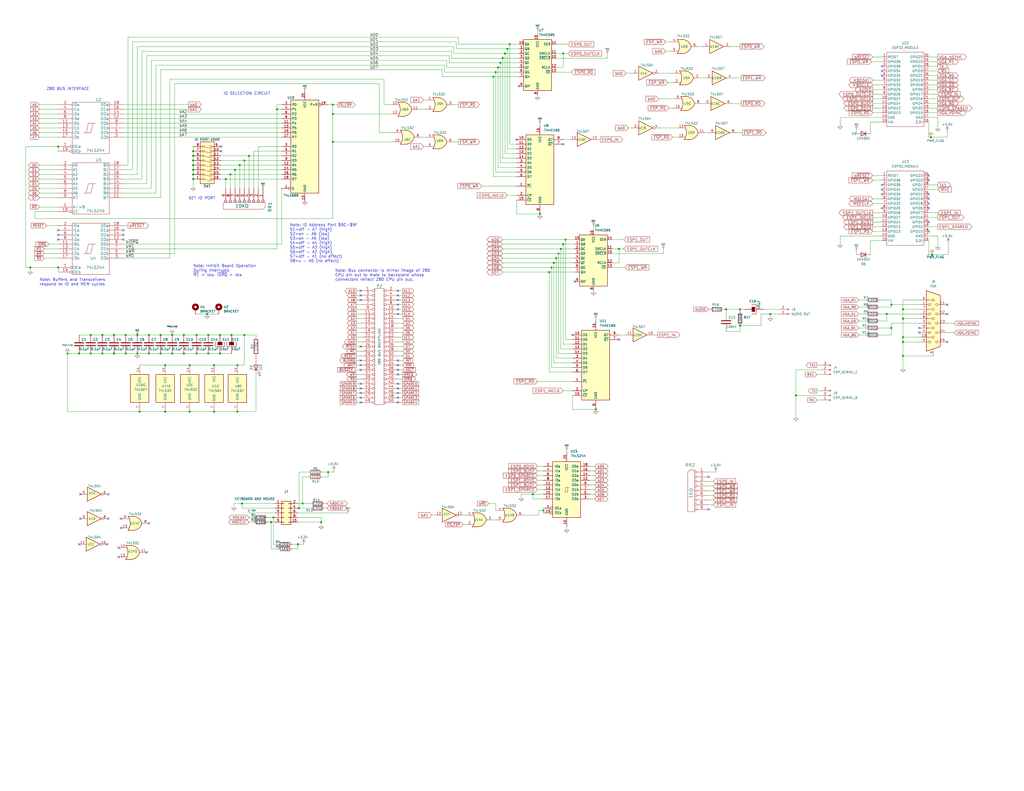
<source format=kicad_sch>
(kicad_sch (version 20211123) (generator eeschema)
  (paper "C")
  (title_block (title "Z80 ESP IO") (date "2023-06-24") (rev "V0.7"))
  (lib_symbols
    (symbol "74xx:74HC165"
      (property "Reference" "U" (at -7.62 19.05 0))
      (property "Value" "74HC165" (at -7.62 -21.59 0))
      (symbol "74HC165_1_0"
        (pin input line (at -12.7 -10.16 0) (length 5.08) (name "~{PL}") (number "1"))
        (pin input line (at -12.7 15.24 0) (length 5.08) (name "DS") (number "10"))
        (pin input line (at -12.7 12.7 0) (length 5.08) (name "D0") (number "11"))
        (pin input line (at -12.7 10.16 0) (length 5.08) (name "D1") (number "12"))
        (pin input line (at -12.7 7.62 0) (length 5.08) (name "D2") (number "13"))
        (pin input line (at -12.7 5.08 0) (length 5.08) (name "D3") (number "14"))
        (pin input line (at -12.7 -17.78 0) (length 5.08) (name "~{CE}") (number "15"))
        (pin power_in line (at 0 22.86 270) (length 5.08) (name "VCC") (number "16"))
        (pin input line (at -12.7 -15.24 0) (length 5.08) (name "CP") (number "2"))
        (pin input line (at -12.7 2.54 0) (length 5.08) (name "D4") (number "3"))
        (pin input line (at -12.7 0 0) (length 5.08) (name "D5") (number "4"))
        (pin input line (at -12.7 -2.54 0) (length 5.08) (name "D6") (number "5"))
        (pin input line (at -12.7 -5.08 0) (length 5.08) (name "D7") (number "6"))
        (pin output line (at 12.7 12.7 180) (length 5.08) (name "~{Q7}") (number "7"))
        (pin power_in line (at 0 -25.4 90) (length 5.08) (name "GND") (number "8"))
        (pin output line (at 12.7 15.24 180) (length 5.08) (name "Q7") (number "9"))
      )
    )
    (symbol "74xx:74HC595"
      (property "Reference" "U" (at -7.62 13.97 0))
      (property "Value" "74HC595" (at -7.62 -16.51 0))
      (symbol "74HC595_1_0"
        (pin tri_state line (at 10.16 7.62 180) (length 2.54) (name "QB") (number "1"))
        (pin input line (at -10.16 2.54 0) (length 2.54) (name "~{SRCLR}") (number "10"))
        (pin input line (at -10.16 5.08 0) (length 2.54) (name "SRCLK") (number "11"))
        (pin input line (at -10.16 -2.54 0) (length 2.54) (name "RCLK") (number "12"))
        (pin input line (at -10.16 -5.08 0) (length 2.54) (name "~{OE}") (number "13"))
        (pin input line (at -10.16 10.16 0) (length 2.54) (name "SER") (number "14"))
        (pin tri_state line (at 10.16 10.16 180) (length 2.54) (name "QA") (number "15"))
        (pin power_in line (at 0 15.24 270) (length 2.54) (name "VCC") (number "16"))
        (pin tri_state line (at 10.16 5.08 180) (length 2.54) (name "QC") (number "2"))
        (pin tri_state line (at 10.16 2.54 180) (length 2.54) (name "QD") (number "3"))
        (pin tri_state line (at 10.16 0 180) (length 2.54) (name "QE") (number "4"))
        (pin tri_state line (at 10.16 -2.54 180) (length 2.54) (name "QF") (number "5"))
        (pin tri_state line (at 10.16 -5.08 180) (length 2.54) (name "QG") (number "6"))
        (pin tri_state line (at 10.16 -7.62 180) (length 2.54) (name "QH") (number "7"))
        (pin power_in line (at 0 -17.78 90) (length 2.54) (name "GND") (number "8"))
        (pin output line (at 10.16 -12.7 180) (length 2.54) (name "QH'") (number "9"))
      )
    )
    (symbol "74xx:74LS04"
      (property "Reference" "U" (at 0 1.27 0))
      (property "Value" "74LS04" (at 0 -1.27 0))
      (symbol "74LS04_1_0"
        (pin input line (at -7.62 0 0) (length 3.81) (name "~") (number "1"))
        (pin output inverted (at 7.62 0 180) (length 3.81) (name "~") (number "2"))
      )
      (symbol "74LS04_2_0"
        (pin input line (at -7.62 0 0) (length 3.81) (name "~") (number "3"))
        (pin output inverted (at 7.62 0 180) (length 3.81) (name "~") (number "4"))
      )
      (symbol "74LS04_3_0"
        (pin input line (at -7.62 0 0) (length 3.81) (name "~") (number "5"))
        (pin output inverted (at 7.62 0 180) (length 3.81) (name "~") (number "6"))
      )
      (symbol "74LS04_4_0"
        (pin output inverted (at 7.62 0 180) (length 3.81) (name "~") (number "8"))
        (pin input line (at -7.62 0 0) (length 3.81) (name "~") (number "9"))
      )
      (symbol "74LS04_5_0"
        (pin output inverted (at 7.62 0 180) (length 3.81) (name "~") (number "10"))
        (pin input line (at -7.62 0 0) (length 3.81) (name "~") (number "11"))
      )
      (symbol "74LS04_6_0"
        (pin output inverted (at 7.62 0 180) (length 3.81) (name "~") (number "12"))
        (pin input line (at -7.62 0 0) (length 3.81) (name "~") (number "13"))
      )
      (symbol "74LS04_7_0"
        (pin power_in line (at 0 12.7 270) (length 5.08) (name "VCC") (number "14"))
        (pin power_in line (at 0 -12.7 90) (length 5.08) (name "GND") (number "7"))
      )
    )
    (symbol "74xx:74LS07" (pin_names (offset 1.016))
      (property "Reference" "U" (at 0 1.27 0))
      (property "Value" "74LS07" (at 0 -1.27 0))
      (symbol "74LS07_1_0"
        (pin input line (at -7.62 0 0) (length 3.81) (name "~") (number "1"))
        (pin open_collector line (at 7.62 0 180) (length 3.81) (name "~") (number "2"))
      )
      (symbol "74LS07_2_0"
        (pin input line (at -7.62 0 0) (length 3.81) (name "~") (number "3"))
        (pin open_collector line (at 7.62 0 180) (length 3.81) (name "~") (number "4"))
      )
      (symbol "74LS07_3_0"
        (pin input line (at -7.62 0 0) (length 3.81) (name "~") (number "5"))
        (pin open_collector line (at 7.62 0 180) (length 3.81) (name "~") (number "6"))
      )
      (symbol "74LS07_4_0"
        (pin open_collector line (at 7.62 0 180) (length 3.81) (name "~") (number "8"))
        (pin input line (at -7.62 0 0) (length 3.81) (name "~") (number "9"))
      )
      (symbol "74LS07_5_0"
        (pin open_collector line (at 7.62 0 180) (length 3.81) (name "~") (number "10"))
        (pin input line (at -7.62 0 0) (length 3.81) (name "~") (number "11"))
      )
      (symbol "74LS07_6_0"
        (pin open_collector line (at 7.62 0 180) (length 3.81) (name "~") (number "12"))
        (pin input line (at -7.62 0 0) (length 3.81) (name "~") (number "13"))
      )
      (symbol "74LS07_7_0"
        (pin power_in line (at 0 12.7 270) (length 5.08) (name "VCC") (number "14"))
        (pin power_in line (at 0 -12.7 90) (length 5.08) (name "GND") (number "7"))
      )
    )
    (symbol "74xx:74LS244" (pin_names (offset 1.016))
      (property "Reference" "U" (at -7.62 16.51 0))
      (property "Value" "74LS244" (at -7.62 -16.51 0))
      (symbol "74LS244_1_0"
        (pin input inverted (at -12.7 -10.16 0) (length 5.08) (name "OEa") (number "1"))
        (pin power_in line (at 0 -20.32 90) (length 5.08) (name "GND") (number "10"))
        (pin input line (at -12.7 2.54 0) (length 5.08) (name "I0b") (number "11"))
        (pin tri_state line (at 12.7 5.08 180) (length 5.08) (name "O3a") (number "12"))
        (pin input line (at -12.7 0 0) (length 5.08) (name "I1b") (number "13"))
        (pin tri_state line (at 12.7 7.62 180) (length 5.08) (name "O2a") (number "14"))
        (pin input line (at -12.7 -2.54 0) (length 5.08) (name "I2b") (number "15"))
        (pin tri_state line (at 12.7 10.16 180) (length 5.08) (name "O1a") (number "16"))
        (pin input line (at -12.7 -5.08 0) (length 5.08) (name "I3b") (number "17"))
        (pin tri_state line (at 12.7 12.7 180) (length 5.08) (name "O0a") (number "18"))
        (pin input inverted (at -12.7 -12.7 0) (length 5.08) (name "OEb") (number "19"))
        (pin input line (at -12.7 12.7 0) (length 5.08) (name "I0a") (number "2"))
        (pin power_in line (at 0 20.32 270) (length 5.08) (name "VCC") (number "20"))
        (pin tri_state line (at 12.7 -5.08 180) (length 5.08) (name "O3b") (number "3"))
        (pin input line (at -12.7 10.16 0) (length 5.08) (name "I1a") (number "4"))
        (pin tri_state line (at 12.7 -2.54 180) (length 5.08) (name "O2b") (number "5"))
        (pin input line (at -12.7 7.62 0) (length 5.08) (name "I2a") (number "6"))
        (pin tri_state line (at 12.7 0 180) (length 5.08) (name "O1b") (number "7"))
        (pin input line (at -12.7 5.08 0) (length 5.08) (name "I3a") (number "8"))
        (pin tri_state line (at 12.7 2.54 180) (length 5.08) (name "O0b") (number "9"))
      )
    )
    (symbol "74xx:74LS32" (pin_names (offset 1.016))
      (property "Reference" "U" (at 0 1.27 0))
      (property "Value" "74LS32" (at 0 -1.27 0))
      (symbol "74LS32_1_1"
        (pin input line (at -7.62 2.54 0) (length 4.318) (name "~") (number "1"))
        (pin input line (at -7.62 -2.54 0) (length 4.318) (name "~") (number "2"))
        (pin output line (at 7.62 0 180) (length 3.81) (name "~") (number "3"))
      )
      (symbol "74LS32_1_2"
        (pin input inverted (at -7.62 2.54 0) (length 3.81) (name "~") (number "1"))
        (pin input inverted (at -7.62 -2.54 0) (length 3.81) (name "~") (number "2"))
        (pin output inverted (at 7.62 0 180) (length 3.81) (name "~") (number "3"))
      )
      (symbol "74LS32_2_1"
        (pin input line (at -7.62 2.54 0) (length 4.318) (name "~") (number "4"))
        (pin input line (at -7.62 -2.54 0) (length 4.318) (name "~") (number "5"))
        (pin output line (at 7.62 0 180) (length 3.81) (name "~") (number "6"))
      )
      (symbol "74LS32_2_2"
        (pin input inverted (at -7.62 2.54 0) (length 3.81) (name "~") (number "4"))
        (pin input inverted (at -7.62 -2.54 0) (length 3.81) (name "~") (number "5"))
        (pin output inverted (at 7.62 0 180) (length 3.81) (name "~") (number "6"))
      )
      (symbol "74LS32_3_1"
        (pin input line (at -7.62 -2.54 0) (length 4.318) (name "~") (number "10"))
        (pin output line (at 7.62 0 180) (length 3.81) (name "~") (number "8"))
        (pin input line (at -7.62 2.54 0) (length 4.318) (name "~") (number "9"))
      )
      (symbol "74LS32_3_2"
        (pin input inverted (at -7.62 -2.54 0) (length 3.81) (name "~") (number "10"))
        (pin output inverted (at 7.62 0 180) (length 3.81) (name "~") (number "8"))
        (pin input inverted (at -7.62 2.54 0) (length 3.81) (name "~") (number "9"))
      )
      (symbol "74LS32_4_1"
        (pin output line (at 7.62 0 180) (length 3.81) (name "~") (number "11"))
        (pin input line (at -7.62 2.54 0) (length 4.318) (name "~") (number "12"))
        (pin input line (at -7.62 -2.54 0) (length 4.318) (name "~") (number "13"))
      )
      (symbol "74LS32_4_2"
        (pin output inverted (at 7.62 0 180) (length 3.81) (name "~") (number "11"))
        (pin input inverted (at -7.62 2.54 0) (length 3.81) (name "~") (number "12"))
        (pin input inverted (at -7.62 -2.54 0) (length 3.81) (name "~") (number "13"))
      )
      (symbol "74LS32_5_0"
        (pin power_in line (at 0 12.7 270) (length 5.08) (name "VCC") (number "14"))
        (pin power_in line (at 0 -12.7 90) (length 5.08) (name "GND") (number "7"))
      )
    )
    (symbol "74xx:74LS688"
      (property "Reference" "U" (at -7.62 26.67 0))
      (property "Value" "74LS688" (at -7.62 -26.67 0))
      (symbol "74LS688_1_0"
        (pin input inverted (at -12.7 -22.86 0) (length 5.08) (name "G") (number "1"))
        (pin power_in line (at 0 -30.48 90) (length 5.08) (name "GND") (number "10"))
        (pin input line (at -12.7 12.7 0) (length 5.08) (name "P4") (number "11"))
        (pin input line (at -12.7 -10.16 0) (length 5.08) (name "R4") (number "12"))
        (pin input line (at -12.7 10.16 0) (length 5.08) (name "P5") (number "13"))
        (pin input line (at -12.7 -12.7 0) (length 5.08) (name "R5") (number "14"))
        (pin input line (at -12.7 7.62 0) (length 5.08) (name "P6") (number "15"))
        (pin input line (at -12.7 -15.24 0) (length 5.08) (name "R6") (number "16"))
        (pin input line (at -12.7 5.08 0) (length 5.08) (name "P7") (number "17"))
        (pin input line (at -12.7 -17.78 0) (length 5.08) (name "R7") (number "18"))
        (pin output inverted (at 12.7 22.86 180) (length 5.08) (name "P=R") (number "19"))
        (pin input line (at -12.7 22.86 0) (length 5.08) (name "P0") (number "2"))
        (pin power_in line (at 0 30.48 270) (length 5.08) (name "VCC") (number "20"))
        (pin input line (at -12.7 0 0) (length 5.08) (name "R0") (number "3"))
        (pin input line (at -12.7 20.32 0) (length 5.08) (name "P1") (number "4"))
        (pin input line (at -12.7 -2.54 0) (length 5.08) (name "R1") (number "5"))
        (pin input line (at -12.7 17.78 0) (length 5.08) (name "P2") (number "6"))
        (pin input line (at -12.7 -5.08 0) (length 5.08) (name "R2") (number "7"))
        (pin input line (at -12.7 15.24 0) (length 5.08) (name "P3") (number "8"))
        (pin input line (at -12.7 -7.62 0) (length 5.08) (name "R3") (number "9"))
      )
    )
    (symbol "CUSTOM_LIB:ESP32_MODULE"
      (property "Reference" "U" (at 0 -5.08 0))
      (property "Value" "ESP32_MODULE" (at 0 -1.27 0))
      (symbol "ESP32_MODULE_1_1"
        (pin input line (at -12.7 -5.08 0) (length 2.54) (name "RESET") (number "1"))
        (pin bidirectional line (at -12.7 -27.94 0) (length 2.54) (name "GPIO27") (number "10"))
        (pin bidirectional line (at -12.7 -30.48 0) (length 2.54) (name "GPIO14") (number "11"))
        (pin bidirectional line (at -12.7 -33.02 0) (length 2.54) (name "GPIO12") (number "12"))
        (pin bidirectional line (at -12.7 -35.56 0) (length 2.54) (name "GPIO13") (number "13"))
        (pin power_in line (at -12.7 -38.1 0) (length 2.54) (name "GND") (number "14"))
        (pin power_in line (at -12.7 -40.64 0) (length 2.54) (name "VIN") (number "15"))
        (pin power_in line (at 12.7 -40.64 180) (length 2.54) (name "3.3V") (number "16"))
        (pin power_in line (at 12.7 -38.1 180) (length 2.54) (name "GND") (number "17"))
        (pin bidirectional line (at 12.7 -35.56 180) (length 2.54) (name "GPIO15") (number "18"))
        (pin bidirectional line (at 12.7 -33.02 180) (length 2.54) (name "GPIO2") (number "19"))
        (pin bidirectional line (at -12.7 -7.62 0) (length 2.54) (name "GPIO36") (number "2"))
        (pin bidirectional line (at 12.7 -30.48 180) (length 2.54) (name "GPIO4") (number "20"))
        (pin bidirectional line (at 12.7 -27.94 180) (length 2.54) (name "GPIO16") (number "21"))
        (pin bidirectional line (at 12.7 -25.4 180) (length 2.54) (name "GPIO17") (number "22"))
        (pin bidirectional line (at 12.7 -22.86 180) (length 2.54) (name "GPIO5") (number "23"))
        (pin bidirectional line (at 12.7 -20.32 180) (length 2.54) (name "GPIO18") (number "24"))
        (pin bidirectional line (at 12.7 -17.78 180) (length 2.54) (name "GPIO19") (number "25"))
        (pin bidirectional line (at 12.7 -15.24 180) (length 2.54) (name "GPIO21") (number "26"))
        (pin bidirectional line (at 12.7 -12.7 180) (length 2.54) (name "GPIO3") (number "27"))
        (pin bidirectional line (at 12.7 -10.16 180) (length 2.54) (name "GPIO1") (number "28"))
        (pin bidirectional line (at 12.7 -7.62 180) (length 2.54) (name "GPIO22") (number "29"))
        (pin bidirectional line (at -12.7 -10.16 0) (length 2.54) (name "GPIO39") (number "3"))
        (pin bidirectional line (at 12.7 -5.08 180) (length 2.54) (name "GPIO23") (number "30"))
        (pin bidirectional line (at -12.7 -12.7 0) (length 2.54) (name "GPIO34") (number "4"))
        (pin bidirectional line (at -12.7 -15.24 0) (length 2.54) (name "GPIO35") (number "5"))
        (pin bidirectional line (at -12.7 -17.78 0) (length 2.54) (name "GPIO32") (number "6"))
        (pin bidirectional line (at -12.7 -20.32 0) (length 2.54) (name "GPIO33") (number "7"))
        (pin bidirectional line (at -12.7 -22.86 0) (length 2.54) (name "GPIO25") (number "8"))
        (pin bidirectional line (at -12.7 -25.4 0) (length 2.54) (name "GPIO26") (number "9"))
      )
    )
    (symbol "Connector:Conn_01x02_Male" (pin_names (offset 1.016) hide)
      (property "Reference" "J" (at 0 2.54 0))
      (property "Value" "Conn_01x02_Male" (at 0 -5.08 0))
      (symbol "Conn_01x02_Male_1_1"
        (pin passive line (at 5.08 0 180) (length 3.81) (name "Pin_1") (number "1"))
        (pin passive line (at 5.08 -2.54 180) (length 3.81) (name "Pin_2") (number "2"))
      )
    )
    (symbol "Connector:Conn_01x03_Male" (pin_names (offset 1.016) hide)
      (property "Reference" "J" (at 0 5.08 0))
      (property "Value" "Conn_01x03_Male" (at 0 -5.08 0))
      (symbol "Conn_01x03_Male_1_1"
        (pin passive line (at 5.08 2.54 180) (length 3.81) (name "Pin_1") (number "1"))
        (pin passive line (at 5.08 0 180) (length 3.81) (name "Pin_2") (number "2"))
        (pin passive line (at 5.08 -2.54 180) (length 3.81) (name "Pin_3") (number "3"))
      )
    )
    (symbol "Connector:DB15_Female_HighDensity_MountingHoles" (pin_names (offset 1.016) hide)
      (property "Reference" "J" (at 0 21.59 0))
      (property "Value" "DB15_Female_HighDensity_MountingHoles" (at 0 19.05 0))
      (symbol "DB15_Female_HighDensity_MountingHoles_1_1"
        (pin passive line (at 0 -17.78 90) (length 3.81) (name "~") (number "0"))
        (pin passive line (at -7.62 10.16 0) (length 5.08) (name "~") (number "1"))
        (pin passive line (at -7.62 -7.62 0) (length 5.08) (name "~") (number "10"))
        (pin passive line (at 7.62 10.16 180) (length 5.08) (name "~") (number "11"))
        (pin passive line (at 7.62 5.08 180) (length 5.08) (name "~") (number "12"))
        (pin passive line (at 7.62 0 180) (length 5.08) (name "~") (number "13"))
        (pin passive line (at 7.62 -5.08 180) (length 5.08) (name "~") (number "14"))
        (pin passive line (at 7.62 -10.16 180) (length 5.08) (name "~") (number "15"))
        (pin passive line (at -7.62 5.08 0) (length 5.08) (name "~") (number "2"))
        (pin passive line (at -7.62 0 0) (length 5.08) (name "~") (number "3"))
        (pin passive line (at -7.62 -5.08 0) (length 5.08) (name "~") (number "4"))
        (pin passive line (at -7.62 -10.16 0) (length 5.08) (name "~") (number "5"))
        (pin passive line (at -7.62 12.7 0) (length 5.08) (name "~") (number "6"))
        (pin passive line (at -7.62 7.62 0) (length 5.08) (name "~") (number "7"))
        (pin passive line (at -7.62 2.54 0) (length 5.08) (name "~") (number "8"))
        (pin passive line (at -7.62 -2.54 0) (length 5.08) (name "~") (number "9"))
      )
    )
    (symbol "Connector_Generic:Conn_02x05_Odd_Even" (pin_names (offset 1.016) hide)
      (property "Reference" "J" (at 1.27 7.62 0))
      (property "Value" "Conn_02x05_Odd_Even" (at 1.27 -7.62 0))
      (symbol "Conn_02x05_Odd_Even_1_1"
        (pin passive line (at -5.08 5.08 0) (length 3.81) (name "Pin_1") (number "1"))
        (pin passive line (at 7.62 -5.08 180) (length 3.81) (name "Pin_10") (number "10"))
        (pin passive line (at 7.62 5.08 180) (length 3.81) (name "Pin_2") (number "2"))
        (pin passive line (at -5.08 2.54 0) (length 3.81) (name "Pin_3") (number "3"))
        (pin passive line (at 7.62 2.54 180) (length 3.81) (name "Pin_4") (number "4"))
        (pin passive line (at -5.08 0 0) (length 3.81) (name "Pin_5") (number "5"))
        (pin passive line (at 7.62 0 180) (length 3.81) (name "Pin_6") (number "6"))
        (pin passive line (at -5.08 -2.54 0) (length 3.81) (name "Pin_7") (number "7"))
        (pin passive line (at 7.62 -2.54 180) (length 3.81) (name "Pin_8") (number "8"))
        (pin passive line (at -5.08 -5.08 0) (length 3.81) (name "Pin_9") (number "9"))
      )
    )
    (symbol "Device:R" (pin_numbers hide) (pin_names (offset 0))
      (property "Reference" "R" (at 2.032 0 90))
      (property "Value" "R" (at 0 0 90))
      (symbol "R_1_1"
        (pin passive line (at 0 3.81 270) (length 1.27) (name "~") (number "1"))
        (pin passive line (at 0 -3.81 90) (length 1.27) (name "~") (number "2"))
      )
    )
    (symbol "Diode:1N4001" (pin_numbers hide) (pin_names hide)
      (property "Reference" "D" (at 0 2.54 0))
      (property "Value" "1N4001" (at 0 -2.54 0))
      (symbol "1N4001_1_1"
        (pin passive line (at -3.81 0 0) (length 2.54) (name "K") (number "1"))
        (pin passive line (at 3.81 0 180) (length 2.54) (name "A") (number "2"))
      )
    )
    (symbol "Switch:SW_DIP_x08" (pin_names (offset 0) hide)
      (property "Reference" "SW" (at 0 13.97 0))
      (property "Value" "SW_DIP_x08" (at 0 -11.43 0))
      (symbol "SW_DIP_x08_1_1"
        (pin passive line (at -7.62 10.16 0) (length 5.08) (name "~") (number "1"))
        (pin passive line (at 7.62 -5.08 180) (length 5.08) (name "~") (number "10"))
        (pin passive line (at 7.62 -2.54 180) (length 5.08) (name "~") (number "11"))
        (pin passive line (at 7.62 0 180) (length 5.08) (name "~") (number "12"))
        (pin passive line (at 7.62 2.54 180) (length 5.08) (name "~") (number "13"))
        (pin passive line (at 7.62 5.08 180) (length 5.08) (name "~") (number "14"))
        (pin passive line (at 7.62 7.62 180) (length 5.08) (name "~") (number "15"))
        (pin passive line (at 7.62 10.16 180) (length 5.08) (name "~") (number "16"))
        (pin passive line (at -7.62 7.62 0) (length 5.08) (name "~") (number "2"))
        (pin passive line (at -7.62 5.08 0) (length 5.08) (name "~") (number "3"))
        (pin passive line (at -7.62 2.54 0) (length 5.08) (name "~") (number "4"))
        (pin passive line (at -7.62 0 0) (length 5.08) (name "~") (number "5"))
        (pin passive line (at -7.62 -2.54 0) (length 5.08) (name "~") (number "6"))
        (pin passive line (at -7.62 -5.08 0) (length 5.08) (name "~") (number "7"))
        (pin passive line (at -7.62 -7.62 0) (length 5.08) (name "~") (number "8"))
        (pin passive line (at 7.62 -7.62 180) (length 5.08) (name "~") (number "9"))
      )
    )
    (symbol "Z80ESP-rescue:74LS244-RESCUE-Z80PROC-Z80CLOCK-rescue-Z80GENERIC_IO-rescue-Z80PPIDE-rescue-Z80SERIAL-rescue-Z80SERIAL-rescue-Z80SERIAL2-rescue-Z80SERIAL3-rescue-Z80SOUND-rescue-Z80VIDEO-rescue-Z80VDP1B-rescue" (pin_names (offset 0.254))
      (property "Reference" "U" (at 1.27 -5.08 0))
      (property "Value" "74LS244-RESCUE-Z80PROC-Z80CLOCK-rescue-Z80GENERIC_IO-rescue-Z80PPIDE-rescue-Z80SERIAL-rescue-Z80SERIAL-rescue-Z80SERIAL2-rescue-Z80SERIAL3-rescue-Z80SOUND-rescue-Z80VIDEO-rescue-Z80VDP1B-rescue" (at 2.54 -10.16 0))
      (symbol "74LS244-RESCUE-Z80PROC-Z80CLOCK-rescue-Z80GENERIC_IO-rescue-Z80PPIDE-rescue-Z80SERIAL-rescue-Z80SERIAL-rescue-Z80SERIAL2-rescue-Z80SERIAL3-rescue-Z80SOUND-rescue-Z80VIDEO-rescue-Z80VDP1B-rescue_0_0"
        (pin power_in line (at -7.62 -13.97 90) (length 0) hide (name "GND") (number "10"))
        (pin power_in line (at -7.62 13.97 90) (length 0) hide (name "VCC") (number "20"))
      )
      (symbol "74LS244-RESCUE-Z80PROC-Z80CLOCK-rescue-Z80GENERIC_IO-rescue-Z80PPIDE-rescue-Z80SERIAL-rescue-Z80SERIAL-rescue-Z80SERIAL2-rescue-Z80SERIAL3-rescue-Z80SOUND-rescue-Z80VIDEO-rescue-Z80VDP1B-rescue_1_1"
        (pin input inverted (at -17.78 -10.16 0) (length 7.62) (name "OEa") (number "1"))
        (pin input line (at -17.78 2.54 0) (length 7.62) (name "I0b") (number "11"))
        (pin tri_state line (at 17.78 5.08 180) (length 7.62) (name "O3a") (number "12"))
        (pin input line (at -17.78 0 0) (length 7.62) (name "I1b") (number "13"))
        (pin tri_state line (at 17.78 7.62 180) (length 7.62) (name "O2a") (number "14"))
        (pin input line (at -17.78 -2.54 0) (length 7.62) (name "I2b") (number "15"))
        (pin tri_state line (at 17.78 10.16 180) (length 7.62) (name "O1a") (number "16"))
        (pin input line (at -17.78 -5.08 0) (length 7.62) (name "I3b") (number "17"))
        (pin tri_state line (at 17.78 12.7 180) (length 7.62) (name "O0a") (number "18"))
        (pin input inverted (at -17.78 -12.7 0) (length 7.62) (name "OEb") (number "19"))
        (pin input line (at -17.78 12.7 0) (length 7.62) (name "I0a") (number "2"))
        (pin tri_state line (at 17.78 -5.08 180) (length 7.62) (name "O3b") (number "3"))
        (pin input line (at -17.78 10.16 0) (length 7.62) (name "I1a") (number "4"))
        (pin tri_state line (at 17.78 -2.54 180) (length 7.62) (name "O2b") (number "5"))
        (pin input line (at -17.78 7.62 0) (length 7.62) (name "I2a") (number "6"))
        (pin tri_state line (at 17.78 0 180) (length 7.62) (name "O1b") (number "7"))
        (pin input line (at -17.78 5.08 0) (length 7.62) (name "I3a") (number "8"))
        (pin tri_state line (at 17.78 2.54 180) (length 7.62) (name "O0b") (number "9"))
      )
    )
    (symbol "Z80ESP-rescue:74LS245-RESCUE-Z80PROC-Z80CLOCK-rescue-Z80GENERIC_IO-rescue-Z80PPIDE-rescue-Z80SERIAL-rescue-Z80SERIAL-rescue-Z80SERIAL2-rescue-Z80SERIAL3-rescue-Z80SOUND-rescue-Z80VIDEO-rescue-Z80VDP1B-rescue" (pin_names (offset 0.254))
      (property "Reference" "U" (at 2.54 14.605 0))
      (property "Value" "74LS245-RESCUE-Z80PROC-Z80CLOCK-rescue-Z80GENERIC_IO-rescue-Z80PPIDE-rescue-Z80SERIAL-rescue-Z80SERIAL-rescue-Z80SERIAL2-rescue-Z80SERIAL3-rescue-Z80SOUND-rescue-Z80VIDEO-rescue-Z80VDP1B-rescue" (at 1.27 -14.605 0))
      (symbol "74LS245-RESCUE-Z80PROC-Z80CLOCK-rescue-Z80GENERIC_IO-rescue-Z80PPIDE-rescue-Z80SERIAL-rescue-Z80SERIAL-rescue-Z80SERIAL2-rescue-Z80SERIAL3-rescue-Z80SOUND-rescue-Z80VIDEO-rescue-Z80VDP1B-rescue_0_0"
        (pin power_in line (at 0 -13.97 90) (length 0) hide (name "GND") (number "10"))
        (pin power_in line (at 0 13.97 270) (length 0) hide (name "VCC") (number "20"))
      )
      (symbol "74LS245-RESCUE-Z80PROC-Z80CLOCK-rescue-Z80GENERIC_IO-rescue-Z80PPIDE-rescue-Z80SERIAL-rescue-Z80SERIAL-rescue-Z80SERIAL2-rescue-Z80SERIAL3-rescue-Z80SOUND-rescue-Z80VIDEO-rescue-Z80VDP1B-rescue_1_1"
        (pin input line (at -17.78 -10.16 0) (length 7.62) (name "A->B") (number "1"))
        (pin tri_state line (at 17.78 -5.08 180) (length 7.62) (name "B7") (number "11"))
        (pin tri_state line (at 17.78 -2.54 180) (length 7.62) (name "B6") (number "12"))
        (pin tri_state line (at 17.78 0 180) (length 7.62) (name "B5") (number "13"))
        (pin tri_state line (at 17.78 2.54 180) (length 7.62) (name "B4") (number "14"))
        (pin tri_state line (at 17.78 5.08 180) (length 7.62) (name "B3") (number "15"))
        (pin tri_state line (at 17.78 7.62 180) (length 7.62) (name "B2") (number "16"))
        (pin tri_state line (at 17.78 10.16 180) (length 7.62) (name "B1") (number "17"))
        (pin tri_state line (at 17.78 12.7 180) (length 7.62) (name "B0") (number "18"))
        (pin input inverted (at -17.78 -12.7 0) (length 7.62) (name "CE") (number "19"))
        (pin tri_state line (at -17.78 12.7 0) (length 7.62) (name "A0") (number "2"))
        (pin tri_state line (at -17.78 10.16 0) (length 7.62) (name "A1") (number "3"))
        (pin tri_state line (at -17.78 7.62 0) (length 7.62) (name "A2") (number "4"))
        (pin tri_state line (at -17.78 5.08 0) (length 7.62) (name "A3") (number "5"))
        (pin tri_state line (at -17.78 2.54 0) (length 7.62) (name "A4") (number "6"))
        (pin tri_state line (at -17.78 0 0) (length 7.62) (name "A5") (number "7"))
        (pin tri_state line (at -17.78 -2.54 0) (length 7.62) (name "A6") (number "8"))
        (pin tri_state line (at -17.78 -5.08 0) (length 7.62) (name "A7") (number "9"))
      )
    )
    (symbol "Z80ESP-rescue:C-device-Z80SERIAL-rescue-Z80SERIAL2-rescue-Z80SERIAL3-rescue-Z80SOUND-rescue-Z80VIDEO-rescue-Z80VDP1B-rescue" (pin_numbers hide) (pin_names (offset 0.254))
      (property "Reference" "C" (at 1.27 2.54 0))
      (property "Value" "C-device-Z80SERIAL-rescue-Z80SERIAL2-rescue-Z80SERIAL3-rescue-Z80SOUND-rescue-Z80VIDEO-rescue-Z80VDP1B-rescue" (at 1.27 -2.54 0))
      (symbol "C-device-Z80SERIAL-rescue-Z80SERIAL2-rescue-Z80SERIAL3-rescue-Z80SOUND-rescue-Z80VIDEO-rescue-Z80VDP1B-rescue_1_1"
        (pin passive line (at 0 5.08 270) (length 4.318) (name "~") (number "1"))
        (pin passive line (at 0 -5.08 90) (length 4.318) (name "~") (number "2"))
      )
    )
    (symbol "Z80ESP-rescue:CONN_25X2-conn-Z80SERIAL3-rescue-Z80SOUND-rescue-Z80VIDEO-rescue-Z80VDP1B-rescue" (pin_names (offset 0.254) hide)
      (property "Reference" "P" (at 0 33.02 0))
      (property "Value" "CONN_25X2-conn-Z80SERIAL3-rescue-Z80SOUND-rescue-Z80VIDEO-rescue-Z80VDP1B-rescue" (at 0 0 90))
      (symbol "CONN_25X2-conn-Z80SERIAL3-rescue-Z80SOUND-rescue-Z80VIDEO-rescue-Z80VDP1B-rescue_1_1"
        (pin passive inverted (at -10.16 30.48 0) (length 7.62) (name "P1") (number "1"))
        (pin passive inverted (at 10.16 20.32 180) (length 7.62) (name "P10") (number "10"))
        (pin passive inverted (at -10.16 17.78 0) (length 7.62) (name "P11") (number "11"))
        (pin passive inverted (at 10.16 17.78 180) (length 7.62) (name "P12") (number "12"))
        (pin passive inverted (at -10.16 15.24 0) (length 7.62) (name "P13") (number "13"))
        (pin passive inverted (at 10.16 15.24 180) (length 7.62) (name "P14") (number "14"))
        (pin passive inverted (at -10.16 12.7 0) (length 7.62) (name "P15") (number "15"))
        (pin passive inverted (at 10.16 12.7 180) (length 7.62) (name "P16") (number "16"))
        (pin passive inverted (at -10.16 10.16 0) (length 7.62) (name "P17") (number "17"))
        (pin passive inverted (at 10.16 10.16 180) (length 7.62) (name "P18") (number "18"))
        (pin passive inverted (at -10.16 7.62 0) (length 7.62) (name "P19") (number "19"))
        (pin passive inverted (at 10.16 30.48 180) (length 7.62) (name "P2") (number "2"))
        (pin passive inverted (at 10.16 7.62 180) (length 7.62) (name "P20") (number "20"))
        (pin passive inverted (at -10.16 5.08 0) (length 7.62) (name "P21") (number "21"))
        (pin passive inverted (at 10.16 5.08 180) (length 7.62) (name "P22") (number "22"))
        (pin input inverted (at -10.16 2.54 0) (length 7.62) (name "P23") (number "23"))
        (pin passive inverted (at 10.16 2.54 180) (length 7.62) (name "P24") (number "24"))
        (pin passive inverted (at -10.16 0 0) (length 7.62) (name "P25") (number "25"))
        (pin passive inverted (at 10.16 0 180) (length 7.62) (name "P26") (number "26"))
        (pin passive inverted (at -10.16 -2.54 0) (length 7.62) (name "P27") (number "27"))
        (pin passive inverted (at 10.16 -2.54 180) (length 7.62) (name "P28") (number "28"))
        (pin passive inverted (at -10.16 -5.08 0) (length 7.62) (name "P29") (number "29"))
        (pin passive inverted (at -10.16 27.94 0) (length 7.62) (name "P3") (number "3"))
        (pin passive inverted (at 10.16 -5.08 180) (length 7.62) (name "P30") (number "30"))
        (pin passive inverted (at -10.16 -7.62 0) (length 7.62) (name "P31") (number "31"))
        (pin passive inverted (at 10.16 -7.62 180) (length 7.62) (name "P32") (number "32"))
        (pin passive inverted (at -10.16 -10.16 0) (length 7.62) (name "P33") (number "33"))
        (pin passive inverted (at 10.16 -10.16 180) (length 7.62) (name "P34") (number "34"))
        (pin passive inverted (at -10.16 -12.7 0) (length 7.62) (name "P35") (number "35"))
        (pin passive inverted (at 10.16 -12.7 180) (length 7.62) (name "P36") (number "36"))
        (pin passive inverted (at -10.16 -15.24 0) (length 7.62) (name "P37") (number "37"))
        (pin passive inverted (at 10.16 -15.24 180) (length 7.62) (name "P38") (number "38"))
        (pin passive inverted (at -10.16 -17.78 0) (length 7.62) (name "P39") (number "39"))
        (pin passive inverted (at 10.16 27.94 180) (length 7.62) (name "P4") (number "4"))
        (pin passive inverted (at 10.16 -17.78 180) (length 7.62) (name "P40") (number "40"))
        (pin passive inverted (at -10.16 -20.32 0) (length 7.62) (name "P41") (number "41"))
        (pin passive inverted (at 10.16 -20.32 180) (length 7.62) (name "P42") (number "42"))
        (pin passive inverted (at -10.16 -22.86 0) (length 7.62) (name "P43") (number "43"))
        (pin passive inverted (at 10.16 -22.86 180) (length 7.62) (name "P44") (number "44"))
        (pin passive inverted (at -10.16 -25.4 0) (length 7.62) (name "P45") (number "45"))
        (pin passive inverted (at 10.16 -25.4 180) (length 7.62) (name "P46") (number "46"))
        (pin passive inverted (at -10.16 -27.94 0) (length 7.62) (name "P47") (number "47"))
        (pin passive inverted (at 10.16 -27.94 180) (length 7.62) (name "P48") (number "48"))
        (pin passive inverted (at -10.16 -30.48 0) (length 7.62) (name "P49") (number "49"))
        (pin passive inverted (at -10.16 25.4 0) (length 7.62) (name "P5") (number "5"))
        (pin passive inverted (at 10.16 -30.48 180) (length 7.62) (name "P50") (number "50"))
        (pin passive inverted (at 10.16 25.4 180) (length 7.62) (name "P6") (number "6"))
        (pin passive inverted (at -10.16 22.86 0) (length 7.62) (name "P7") (number "7"))
        (pin passive inverted (at 10.16 22.86 180) (length 7.62) (name "P8") (number "8"))
        (pin passive inverted (at -10.16 20.32 0) (length 7.62) (name "P9") (number "9"))
      )
    )
    (symbol "Z80ESP-rescue:CP-device-Z80SERIAL-rescue-Z80SERIAL2-rescue-Z80SERIAL3-rescue-Z80SOUND-rescue-Z80VIDEO-rescue-Z80VDP1B-rescue" (pin_numbers hide) (pin_names (offset 0.254) hide)
      (property "Reference" "C" (at 1.27 2.54 0))
      (property "Value" "CP-device-Z80SERIAL-rescue-Z80SERIAL2-rescue-Z80SERIAL3-rescue-Z80SOUND-rescue-Z80VIDEO-rescue-Z80VDP1B-rescue" (at 1.27 -2.54 0))
      (symbol "CP-device-Z80SERIAL-rescue-Z80SERIAL2-rescue-Z80SERIAL3-rescue-Z80SOUND-rescue-Z80VIDEO-rescue-Z80VDP1B-rescue_1_1"
        (pin passive line (at 0 5.08 270) (length 3.81) (name "~") (number "1"))
        (pin passive line (at 0 -5.08 90) (length 3.81) (name "~") (number "2"))
      )
    )
    (symbol "Z80ESP-rescue:GND-00JRCsch-Z80SERIAL3-rescue-Z80SOUND-rescue-Z80VIDEO-rescue-Z80VDP1B-rescue" (power) (pin_names (offset 0))
      (symbol "GND-00JRCsch-Z80SERIAL3-rescue-Z80SOUND-rescue-Z80VIDEO-rescue-Z80VDP1B-rescue_1_1"
        (pin power_in line (at 0 0 90) (length 0) hide (name "GND") (number "1"))
      )
    )
    (symbol "Z80ESP-rescue:GND-power-Z80SERIAL3-rescue-Z80SOUND-rescue-Z80VIDEO-rescue-Z80VDP1B-rescue" (power) (pin_names (offset 0))
      (symbol "GND-power-Z80SERIAL3-rescue-Z80SOUND-rescue-Z80VIDEO-rescue-Z80VDP1B-rescue_1_1"
        (pin power_in line (at 0 0 90) (length 0) hide (name "GND") (number "1"))
      )
    )
    (symbol "Z80ESP-rescue:LED-device" (pin_numbers hide) (pin_names (offset 1.016) hide)
      (property "Reference" "D" (at 0 2.54 0))
      (property "Value" "LED-device" (at 0 -2.54 0))
      (symbol "LED-device_1_1"
        (pin passive line (at -3.81 0 0) (length 2.54) (name "K") (number "1"))
        (pin passive line (at 3.81 0 180) (length 2.54) (name "A") (number "2"))
      )
    )
    (symbol "Z80ESP-rescue:MountingHole_Pad-mechanical" (pin_numbers hide) (pin_names (offset 1.016) hide)
      (property "Reference" "H" (at 0 6.35 0))
      (property "Value" "MountingHole_Pad-mechanical" (at 0 4.445 0))
      (symbol "MountingHole_Pad-mechanical_1_1"
        (pin input line (at 0 -2.54 90) (length 2.54) (name "1") (number "1"))
      )
    )
    (symbol "Z80ESP-rescue:R-device-Z80SERIAL-rescue-Z80SERIAL2-rescue-Z80SERIAL3-rescue-Z80SOUND-rescue-Z80VIDEO-rescue-Z80VDP1B-rescue" (pin_numbers hide) (pin_names (offset 0))
      (property "Reference" "R" (at 2.032 0 90))
      (property "Value" "R-device-Z80SERIAL-rescue-Z80SERIAL2-rescue-Z80SERIAL3-rescue-Z80SOUND-rescue-Z80VIDEO-rescue-Z80VDP1B-rescue" (at 0 0 90))
      (symbol "R-device-Z80SERIAL-rescue-Z80SERIAL2-rescue-Z80SERIAL3-rescue-Z80SOUND-rescue-Z80VIDEO-rescue-Z80VDP1B-rescue_1_1"
        (pin passive line (at 0 6.35 270) (length 2.54) (name "~") (number "1"))
        (pin passive line (at 0 -6.35 90) (length 2.54) (name "~") (number "2"))
      )
    )
    (symbol "Z80ESP-rescue:RR8-device-Z80SERIAL-rescue-Z80SERIAL2-rescue-Z80SERIAL3-rescue-Z80SOUND-rescue-Z80VIDEO-rescue-Z80VDP1B-rescue" (pin_names (offset 1.016) hide)
      (property "Reference" "RR" (at 1.27 13.97 0))
      (property "Value" "RR8-device-Z80SERIAL-rescue-Z80SERIAL2-rescue-Z80SERIAL3-rescue-Z80SOUND-rescue-Z80VIDEO-rescue-Z80VDP1B-rescue" (at 0.762 0 90))
      (symbol "RR8-device-Z80SERIAL-rescue-Z80SERIAL2-rescue-Z80SERIAL3-rescue-Z80SOUND-rescue-Z80VIDEO-rescue-Z80VDP1B-rescue_1_1"
        (pin passive inverted (at -8.89 11.43 0) (length 7.62) (name "COM") (number "1"))
        (pin passive inverted (at -8.89 8.89 0) (length 7.62) (name "2") (number "2"))
        (pin passive inverted (at -8.89 6.35 0) (length 7.62) (name "3") (number "3"))
        (pin passive inverted (at -8.89 3.81 0) (length 7.62) (name "4") (number "4"))
        (pin passive inverted (at -8.89 1.27 0) (length 7.62) (name "5") (number "5"))
        (pin passive inverted (at -8.89 -1.27 0) (length 7.62) (name "6") (number "6"))
        (pin passive inverted (at -8.89 -3.81 0) (length 7.62) (name "7") (number "7"))
        (pin passive inverted (at -8.89 -6.35 0) (length 7.62) (name "8") (number "8"))
        (pin passive inverted (at -8.89 -8.89 0) (length 7.62) (name "9") (number "9"))
      )
    )
    (symbol "Z80ESP-rescue:VCC-power-Z80SERIAL3-rescue-Z80SOUND-rescue-Z80VIDEO-rescue-Z80VDP1B-rescue" (power) (pin_names (offset 0))
      (property "Value" "VCC-power-Z80SERIAL3-rescue-Z80SOUND-rescue-Z80VIDEO-rescue-Z80VDP1B-rescue" (at 0 2.54 0))
      (symbol "VCC-power-Z80SERIAL3-rescue-Z80SOUND-rescue-Z80VIDEO-rescue-Z80VDP1B-rescue_0_0"
        (pin power_in line (at 0 0 90) (length 0) hide (name "VCC") (number "1"))
      )
    )
    (symbol "power:+3.3V" (power) (pin_names (offset 0))
      (property "Value" "+3.3V" (at 0 3.556 0))
      (symbol "+3.3V_1_1"
        (pin power_in line (at 0 0 90) (length 0) hide (name "+3.3V") (number "1"))
      )
    )
    (symbol "power:PWR_FLAG" (power) (pin_numbers hide) (pin_names (offset 0) hide)
      (property "Value" "PWR_FLAG" (at 0 3.81 0))
      (symbol "PWR_FLAG_0_0"
        (pin power_out line (at 0 0 90) (length 0) (name "pwr") (number "1"))
      )
    )
  )
  (junction (at 486.41 179.07))
  (junction (at 165.1 274.955))
  (junction (at 129.54 224.79))
  (junction (at 120.015 182.88))
  (junction (at 275.59 29.21))
  (junction (at 113.03 171.45))
  (junction (at 123.19 97.79))
  (junction (at 151.13 59.69))
  (junction (at 403.86 177.8))
  (junction (at 175.26 285.115))
  (junction (at 508 74.93))
  (junction (at 129.54 199.39))
  (junction (at 147.955 285.115))
  (junction (at 420.37 171.45))
  (junction (at 113.665 193.04))
  (junction (at 105.41 82.55))
  (junction (at 492.76 184.15))
  (junction (at 181.61 57.15))
  (junction (at 299.72 148.59))
  (junction (at 181.61 62.23))
  (junction (at 273.05 34.29))
  (junction (at 508.635 139.065))
  (junction (at 162.56 297.18))
  (junction (at 274.32 31.75))
  (junction (at 149.225 282.575))
  (junction (at 68.58 182.88))
  (junction (at 113.665 182.88))
  (junction (at 90.17 224.79))
  (junction (at 100.33 182.88))
  (junction (at 100.33 193.04))
  (junction (at 325.12 223.52))
  (junction (at 300.99 146.05))
  (junction (at 492.76 186.69))
  (junction (at 87.63 182.88))
  (junction (at 486.41 166.37))
  (junction (at 55.88 193.04))
  (junction (at 81.28 193.04))
  (junction (at 87.63 193.04))
  (junction (at 307.34 29.21))
  (junction (at 271.78 36.83))
  (junction (at 68.58 193.04))
  (junction (at 133.35 87.63))
  (junction (at 93.98 193.04))
  (junction (at 93.98 182.88))
  (junction (at 133.35 182.88))
  (junction (at 296.545 278.765))
  (junction (at 128.27 92.71))
  (junction (at 105.41 95.25))
  (junction (at 483.87 171.45))
  (junction (at 492.76 194.31))
  (junction (at 337.82 135.89))
  (junction (at 105.41 87.63))
  (junction (at 103.505 199.39))
  (junction (at 132.08 274.955))
  (junction (at 181.61 77.47))
  (junction (at 74.93 193.04))
  (junction (at 135.89 85.09))
  (junction (at 105.41 92.71))
  (junction (at 74.93 182.88))
  (junction (at 55.88 182.88))
  (junction (at 130.81 90.17))
  (junction (at 294.64 116.84))
  (junction (at 90.17 199.39))
  (junction (at 179.07 257.81))
  (junction (at 303.53 140.97))
  (junction (at 492.76 168.91))
  (junction (at 307.34 133.35))
  (junction (at 434.34 215.9))
  (junction (at 16.51 146.05))
  (junction (at 116.84 224.79))
  (junction (at 62.23 182.88))
  (junction (at 290.83 269.875))
  (junction (at 120.015 193.04))
  (junction (at 105.41 85.09))
  (junction (at 278.13 24.13))
  (junction (at 302.26 143.51))
  (junction (at 31.75 146.05))
  (junction (at 31.75 80.01))
  (junction (at 492.76 173.99))
  (junction (at 43.18 193.04))
  (junction (at 81.28 182.88))
  (junction (at 304.8 138.43))
  (junction (at 126.365 182.88))
  (junction (at 403.86 168.91))
  (junction (at 396.24 168.91))
  (junction (at 36.83 193.04))
  (junction (at 107.315 193.04))
  (junction (at 103.505 224.79))
  (junction (at 62.23 193.04))
  (junction (at 269.24 41.91))
  (junction (at 306.07 135.89))
  (junction (at 76.2 224.79))
  (junction (at 163.195 277.495))
  (junction (at 49.53 182.88))
  (junction (at 105.41 90.17))
  (junction (at 125.73 95.25))
  (junction (at 105.41 97.79))
  (junction (at 308.61 130.81))
  (junction (at 116.84 199.39))
  (junction (at 49.53 193.04))
  (junction (at 270.51 39.37))
  (junction (at 276.86 26.67))
  (junction (at 107.315 182.88))
  (no_connect (at 217.17 166.37))
  (no_connect (at 281.94 76.2))
  (no_connect (at 196.85 209.55))
  (no_connect (at 67.31 125.73))
  (no_connect (at 506.73 106.045))
  (no_connect (at 506.73 121.285))
  (no_connect (at 31.75 125.73))
  (no_connect (at 337.82 185.42))
  (no_connect (at 516.89 166.37))
  (no_connect (at 120.65 82.55))
  (no_connect (at 217.17 168.91))
  (no_connect (at 196.85 212.09))
  (no_connect (at 217.17 171.45))
  (no_connect (at 506.73 95.885))
  (no_connect (at 217.17 217.17))
  (no_connect (at 217.17 212.09))
  (no_connect (at 217.17 196.85))
  (no_connect (at 31.75 130.81))
  (no_connect (at 64.77 304.165))
  (no_connect (at 66.04 288.29))
  (no_connect (at 67.31 128.27))
  (no_connect (at 217.17 214.63))
  (no_connect (at 217.17 209.55))
  (no_connect (at 66.04 283.21))
  (no_connect (at 481.33 36.195))
  (no_connect (at 43.815 269.875))
  (no_connect (at 31.75 128.27))
  (no_connect (at 481.33 103.505))
  (no_connect (at 312.42 182.88))
  (no_connect (at 481.33 41.275))
  (no_connect (at 217.17 204.47))
  (no_connect (at 506.73 111.125))
  (no_connect (at 313.69 153.67))
  (no_connect (at 506.73 108.585))
  (no_connect (at 80.01 301.625))
  (no_connect (at 506.73 126.365))
  (no_connect (at 481.33 106.045))
  (no_connect (at 81.28 285.75))
  (no_connect (at 506.73 98.425))
  (no_connect (at 196.85 217.17))
  (no_connect (at 217.17 201.93))
  (no_connect (at 59.055 269.875))
  (no_connect (at 217.17 219.71))
  (no_connect (at 217.17 163.83))
  (no_connect (at 217.17 161.29))
  (no_connect (at 516.89 186.69))
  (no_connect (at 43.815 283.21))
  (no_connect (at 506.73 113.665))
  (no_connect (at 501.65 179.07))
  (no_connect (at 481.33 113.665))
  (no_connect (at 196.85 163.83))
  (no_connect (at 386.715 260.35))
  (no_connect (at 386.715 278.13))
  (no_connect (at 120.65 80.01))
  (no_connect (at 196.85 201.93))
  (no_connect (at 64.77 299.085))
  (no_connect (at 67.31 130.81))
  (no_connect (at 196.85 158.75))
  (no_connect (at 481.33 100.965))
  (no_connect (at 59.055 283.21))
  (no_connect (at 516.89 171.45))
  (no_connect (at 501.65 181.61))
  (no_connect (at 217.17 158.75))
  (no_connect (at 43.18 297.18))
  (no_connect (at 196.85 196.85))
  (no_connect (at 196.85 161.29))
  (no_connect (at 481.33 38.735))
  (no_connect (at 307.34 78.74))
  (no_connect (at 196.85 219.71))
  (no_connect (at 196.85 199.39))
  (no_connect (at 196.85 189.23))
  (no_connect (at 283.21 46.99))
  (no_connect (at 196.85 214.63))
  (no_connect (at 58.42 297.18))
  (no_connect (at 217.17 199.39))
  (wire (pts (xy 67.31 123.19) (xy 69.85 123.19)))
  (wire (pts (xy 276.86 26.67) (xy 283.21 26.67)))
  (wire (pts (xy 217.17 184.15) (xy 219.71 184.15)))
  (wire (pts (xy 363.22 22.86) (xy 365.76 22.86)))
  (wire (pts (xy 363.22 27.94) (xy 365.76 27.94)))
  (wire (pts (xy 307.34 187.96) (xy 307.34 133.35)))
  (wire (pts (xy 149.225 297.18) (xy 151.765 297.18)))
  (wire (pts (xy 31.75 146.05) (xy 31.75 148.59)))
  (wire (pts (xy 67.31 64.77) (xy 153.67 64.77)))
  (wire (pts (xy 334.01 143.51) (xy 337.82 143.51)))
  (wire (pts (xy 21.59 59.69) (xy 31.75 59.69)))
  (wire (pts (xy 135.89 282.575) (xy 138.43 282.575)))
  (wire (pts (xy 217.17 168.91) (xy 219.71 168.91)))
  (wire (pts (xy 293.37 259.715) (xy 296.545 259.715)))
  (wire (pts (xy 217.17 214.63) (xy 219.71 214.63)))
  (wire (pts (xy 474.98 73.025) (xy 474.98 66.675)))
  (wire (pts (xy 21.59 100.33) (xy 31.75 100.33)))
  (wire (pts (xy 217.17 217.17) (xy 219.71 217.17)))
  (wire (pts (xy 283.21 34.29) (xy 273.05 34.29)))
  (wire (pts (xy 476.25 31.115) (xy 481.33 31.115)))
  (wire (pts (xy 229.87 74.93) (xy 232.41 74.93)))
  (wire (pts (xy 321.945 269.875) (xy 324.485 269.875)))
  (wire (pts (xy 120.65 87.63) (xy 133.35 87.63)))
  (wire (pts (xy 55.88 193.04) (xy 62.23 193.04)))
  (wire (pts (xy 179.07 57.15) (xy 181.61 57.15)))
  (wire (pts (xy 21.59 90.17) (xy 31.75 90.17)))
  (wire (pts (xy 360.045 69.85) (xy 369.57 69.85)))
  (wire (pts (xy 126.365 182.88) (xy 133.35 182.88)))
  (wire (pts (xy 217.17 166.37) (xy 219.71 166.37)))
  (wire (pts (xy 107.315 182.88) (xy 113.665 182.88)))
  (wire (pts (xy 474.98 131.445) (xy 481.33 131.445)))
  (wire (pts (xy 307.34 133.35) (xy 313.69 133.35)))
  (wire (pts (xy 321.945 254.635) (xy 324.485 254.635)))
  (wire (pts (xy 434.34 215.9) (xy 448.31 215.9)))
  (wire (pts (xy 235.585 281.305) (xy 237.49 281.305)))
  (wire (pts (xy 175.26 285.115) (xy 175.26 287.655)))
  (wire (pts (xy 21.59 69.85) (xy 31.75 69.85)))
  (wire (pts (xy 245.11 34.29) (xy 273.05 34.29)))
  (wire (pts (xy 445.77 199.39) (xy 448.31 199.39)))
  (wire (pts (xy 92.71 43.18) (xy 209.55 43.18)))
  (wire (pts (xy 181.61 77.47) (xy 181.61 119.38)))
  (wire (pts (xy 250.19 20.32) (xy 250.19 24.13)))
  (wire (pts (xy 506.73 61.595) (xy 511.81 61.595)))
  (wire (pts (xy 13.97 80.01) (xy 31.75 80.01)))
  (wire (pts (xy 19.05 119.38) (xy 181.61 119.38)))
  (wire (pts (xy 133.35 182.88) (xy 139.7 182.88)))
  (wire (pts (xy 67.31 133.35) (xy 153.67 133.35)))
  (wire (pts (xy 194.31 186.69) (xy 196.85 186.69)))
  (wire (pts (xy 270.51 274.955) (xy 270.51 278.765)))
  (wire (pts (xy 67.31 138.43) (xy 95.25 138.43)))
  (wire (pts (xy 67.31 140.97) (xy 92.71 140.97)))
  (wire (pts (xy 162.56 285.115) (xy 175.26 285.115)))
  (wire (pts (xy 133.35 182.88) (xy 133.35 199.39)))
  (wire (pts (xy 194.31 214.63) (xy 196.85 214.63)))
  (wire (pts (xy 281.94 91.44) (xy 271.78 91.44)))
  (wire (pts (xy 398.78 25.4) (xy 403.86 25.4)))
  (wire (pts (xy 248.92 22.86) (xy 248.92 26.67)))
  (wire (pts (xy 506.73 64.135) (xy 511.81 64.135)))
  (wire (pts (xy 21.59 102.87) (xy 31.75 102.87)))
  (wire (pts (xy 132.08 274.955) (xy 132.08 277.495)))
  (wire (pts (xy 77.47 27.94) (xy 246.38 27.94)))
  (wire (pts (xy 486.41 179.07) (xy 486.41 176.53)))
  (wire (pts (xy 468.63 167.64) (xy 472.44 167.64)))
  (wire (pts (xy 74.93 95.25) (xy 67.31 95.25)))
  (wire (pts (xy 133.35 102.87) (xy 133.35 87.63)))
  (wire (pts (xy 149.86 274.955) (xy 132.08 274.955)))
  (wire (pts (xy 294.64 116.84) (xy 294.64 118.11)))
  (wire (pts (xy 194.31 194.31) (xy 196.85 194.31)))
  (wire (pts (xy 69.85 20.32) (xy 69.85 90.17)))
  (wire (pts (xy 248.92 26.67) (xy 276.86 26.67)))
  (wire (pts (xy 67.31 135.89) (xy 151.13 135.89)))
  (wire (pts (xy 266.7 274.955) (xy 270.51 274.955)))
  (wire (pts (xy 480.06 179.07) (xy 486.41 179.07)))
  (wire (pts (xy 217.17 176.53) (xy 219.71 176.53)))
  (wire (pts (xy 21.59 95.25) (xy 31.75 95.25)))
  (wire (pts (xy 476.25 51.435) (xy 481.33 51.435)))
  (wire (pts (xy 135.89 102.87) (xy 135.89 85.09)))
  (wire (pts (xy 194.31 209.55) (xy 196.85 209.55)))
  (wire (pts (xy 21.59 67.31) (xy 31.75 67.31)))
  (wire (pts (xy 21.59 105.41) (xy 31.75 105.41)))
  (wire (pts (xy 31.75 82.55) (xy 31.75 80.01)))
  (wire (pts (xy 82.55 102.87) (xy 67.31 102.87)))
  (wire (pts (xy 480.06 167.64) (xy 486.41 167.64)))
  (wire (pts (xy 313.69 140.97) (xy 303.53 140.97)))
  (wire (pts (xy 476.25 43.815) (xy 481.33 43.815)))
  (wire (pts (xy 492.76 186.69) (xy 492.76 194.31)))
  (wire (pts (xy 252.73 286.385) (xy 254 286.385)))
  (wire (pts (xy 420.37 171.45) (xy 415.29 171.45)))
  (wire (pts (xy 468.63 179.07) (xy 472.44 179.07)))
  (wire (pts (xy 342.9 69.85) (xy 344.805 69.85)))
  (wire (pts (xy 323.85 123.19) (xy 323.85 125.73)))
  (wire (pts (xy 445.77 204.47) (xy 448.31 204.47)))
  (wire (pts (xy 123.19 102.87) (xy 123.19 97.79)))
  (wire (pts (xy 165.1 274.955) (xy 169.545 274.955)))
  (wire (pts (xy 321.945 257.175) (xy 324.485 257.175)))
  (wire (pts (xy 506.73 51.435) (xy 511.81 51.435)))
  (wire (pts (xy 468.63 171.45) (xy 472.44 171.45)))
  (wire (pts (xy 365.125 59.055) (xy 367.665 59.055)))
  (wire (pts (xy 274.32 146.05) (xy 300.99 146.05)))
  (wire (pts (xy 82.55 33.02) (xy 82.55 102.87)))
  (wire (pts (xy 483.87 171.45) (xy 501.65 171.45)))
  (wire (pts (xy 217.17 196.85) (xy 219.71 196.85)))
  (wire (pts (xy 386.715 270.51) (xy 389.255 270.51)))
  (wire (pts (xy 247.65 25.4) (xy 247.65 29.21)))
  (wire (pts (xy 62.23 193.04) (xy 68.58 193.04)))
  (wire (pts (xy 303.53 31.75) (xy 331.47 31.75)))
  (wire (pts (xy 247.65 29.21) (xy 275.59 29.21)))
  (wire (pts (xy 217.17 181.61) (xy 219.71 181.61)))
  (wire (pts (xy 283.21 24.13) (xy 278.13 24.13)))
  (wire (pts (xy 95.25 138.43) (xy 95.25 45.72)))
  (wire (pts (xy 302.26 198.12) (xy 302.26 143.51)))
  (wire (pts (xy 105.41 95.25) (xy 105.41 97.79)))
  (wire (pts (xy 476.25 126.365) (xy 481.33 126.365)))
  (wire (pts (xy 106.68 171.45) (xy 113.03 171.45)))
  (wire (pts (xy 162.56 297.18) (xy 165.735 297.18)))
  (wire (pts (xy 475.615 33.655) (xy 481.33 33.655)))
  (wire (pts (xy 506.73 139.065) (xy 508.635 139.065)))
  (wire (pts (xy 506.73 123.825) (xy 511.81 123.825)))
  (wire (pts (xy 76.2 224.79) (xy 90.17 224.79)))
  (wire (pts (xy 386.715 262.89) (xy 389.255 262.89)))
  (wire (pts (xy 506.73 43.815) (xy 511.81 43.815)))
  (wire (pts (xy 146.05 285.115) (xy 147.955 285.115)))
  (wire (pts (xy 21.59 62.23) (xy 31.75 62.23)))
  (wire (pts (xy 269.24 283.845) (xy 270.51 283.845)))
  (wire (pts (xy 283.21 39.37) (xy 270.51 39.37)))
  (wire (pts (xy 334.01 135.89) (xy 337.82 135.89)))
  (wire (pts (xy 401.955 72.39) (xy 405.13 72.39)))
  (wire (pts (xy 492.76 173.99) (xy 492.76 184.15)))
  (wire (pts (xy 394.97 168.91) (xy 396.24 168.91)))
  (wire (pts (xy 67.31 59.69) (xy 102.87 59.69)))
  (wire (pts (xy 241.3 38.1) (xy 241.3 41.91)))
  (wire (pts (xy 386.715 273.05) (xy 389.255 273.05)))
  (wire (pts (xy 74.93 25.4) (xy 247.65 25.4)))
  (wire (pts (xy 125.73 95.25) (xy 153.67 95.25)))
  (wire (pts (xy 309.245 287.655) (xy 309.245 289.56)))
  (wire (pts (xy 283.21 36.83) (xy 271.78 36.83)))
  (wire (pts (xy 21.59 64.77) (xy 31.75 64.77)))
  (wire (pts (xy 476.25 46.355) (xy 481.33 46.355)))
  (wire (pts (xy 116.84 224.79) (xy 129.54 224.79)))
  (wire (pts (xy 247.65 77.47) (xy 250.19 77.47)))
  (wire (pts (xy 194.31 204.47) (xy 196.85 204.47)))
  (wire (pts (xy 127.635 274.955) (xy 127.635 277.495)))
  (wire (pts (xy 480.06 175.26) (xy 483.87 175.26)))
  (wire (pts (xy 486.41 163.83) (xy 486.41 166.37)))
  (wire (pts (xy 415.29 177.8) (xy 403.86 177.8)))
  (wire (pts (xy 67.31 107.95) (xy 87.63 107.95)))
  (wire (pts (xy 275.59 83.82) (xy 275.59 29.21)))
  (wire (pts (xy 274.32 86.36) (xy 274.32 31.75)))
  (wire (pts (xy 72.39 22.86) (xy 248.92 22.86)))
  (wire (pts (xy 312.42 200.66) (xy 300.99 200.66)))
  (wire (pts (xy 476.25 108.585) (xy 481.33 108.585)))
  (wire (pts (xy 483.87 175.26) (xy 483.87 171.45)))
  (wire (pts (xy 278.13 78.74) (xy 278.13 24.13)))
  (wire (pts (xy 151.13 59.69) (xy 153.67 59.69)))
  (wire (pts (xy 386.715 168.91) (xy 387.35 168.91)))
  (wire (pts (xy 13.97 146.05) (xy 16.51 146.05)))
  (wire (pts (xy 281.94 88.9) (xy 273.05 88.9)))
  (wire (pts (xy 281.94 86.36) (xy 274.32 86.36)))
  (wire (pts (xy 128.27 92.71) (xy 153.67 92.71)))
  (wire (pts (xy 177.165 274.955) (xy 178.435 274.955)))
  (wire (pts (xy 445.77 218.44) (xy 448.31 218.44)))
  (wire (pts (xy 290.83 269.875) (xy 284.48 269.875)))
  (wire (pts (xy 400.05 42.545) (xy 404.495 42.545)))
  (wire (pts (xy 72.39 92.71) (xy 67.31 92.71)))
  (wire (pts (xy 217.17 204.47) (xy 219.71 204.47)))
  (wire (pts (xy 356.87 182.88) (xy 358.775 182.88)))
  (wire (pts (xy 313.69 138.43) (xy 304.8 138.43)))
  (wire (pts (xy 474.98 66.675) (xy 481.33 66.675)))
  (wire (pts (xy 13.97 146.05) (xy 13.97 80.01)))
  (wire (pts (xy 293.37 262.255) (xy 296.545 262.255)))
  (wire (pts (xy 506.73 128.905) (xy 511.81 128.905)))
  (wire (pts (xy 492.76 184.15) (xy 492.76 186.69)))
  (wire (pts (xy 26.67 133.35) (xy 31.75 133.35)))
  (wire (pts (xy 120.65 85.09) (xy 135.89 85.09)))
  (wire (pts (xy 506.73 31.115) (xy 511.81 31.115)))
  (wire (pts (xy 241.3 41.91) (xy 269.24 41.91)))
  (wire (pts (xy 217.17 189.23) (xy 219.71 189.23)))
  (wire (pts (xy 194.31 176.53) (xy 196.85 176.53)))
  (wire (pts (xy 182.245 257.81) (xy 182.245 257.175)))
  (wire (pts (xy 72.39 22.86) (xy 72.39 92.71)))
  (wire (pts (xy 85.09 105.41) (xy 67.31 105.41)))
  (wire (pts (xy 120.65 90.17) (xy 130.81 90.17)))
  (wire (pts (xy 165.1 260.35) (xy 165.1 274.955)))
  (wire (pts (xy 492.76 194.31) (xy 492.76 201.93)))
  (wire (pts (xy 55.88 182.88) (xy 62.23 182.88)))
  (wire (pts (xy 140.97 80.01) (xy 153.67 80.01)))
  (wire (pts (xy 492.76 194.31) (xy 509.27 194.31)))
  (wire (pts (xy 334.01 146.05) (xy 340.995 146.05)))
  (wire (pts (xy 135.89 285.115) (xy 138.43 285.115)))
  (wire (pts (xy 21.59 97.79) (xy 31.75 97.79)))
  (wire (pts (xy 120.015 193.04) (xy 126.365 193.04)))
  (wire (pts (xy 81.28 193.04) (xy 87.63 193.04)))
  (wire (pts (xy 308.61 185.42) (xy 308.61 130.81)))
  (wire (pts (xy 290.83 272.415) (xy 296.545 272.415)))
  (wire (pts (xy 281.94 116.84) (xy 294.64 116.84)))
  (wire (pts (xy 283.21 41.91) (xy 269.24 41.91)))
  (wire (pts (xy 19.05 115.57) (xy 31.75 115.57)))
  (wire (pts (xy 425.45 171.45) (xy 420.37 171.45)))
  (wire (pts (xy 312.42 223.52) (xy 325.12 223.52)))
  (wire (pts (xy 194.31 201.93) (xy 196.85 201.93)))
  (wire (pts (xy 476.25 61.595) (xy 481.33 61.595)))
  (wire (pts (xy 415.29 171.45) (xy 415.29 177.8)))
  (wire (pts (xy 21.59 107.95) (xy 31.75 107.95)))
  (wire (pts (xy 194.31 179.07) (xy 196.85 179.07)))
  (wire (pts (xy 476.25 121.285) (xy 481.33 121.285)))
  (wire (pts (xy 207.01 72.39) (xy 214.63 72.39)))
  (wire (pts (xy 105.41 90.17) (xy 105.41 92.71)))
  (wire (pts (xy 325.12 173.99) (xy 325.12 175.26)))
  (wire (pts (xy 105.41 87.63) (xy 105.41 90.17)))
  (wire (pts (xy 516.89 176.53) (xy 520.7 176.53)))
  (wire (pts (xy 307.34 36.83) (xy 307.34 29.21)))
  (wire (pts (xy 243.84 36.83) (xy 271.78 36.83)))
  (wire (pts (xy 274.32 143.51) (xy 302.26 143.51)))
  (wire (pts (xy 293.37 257.175) (xy 296.545 257.175)))
  (wire (pts (xy 217.17 186.69) (xy 219.71 186.69)))
  (wire (pts (xy 361.95 138.43) (xy 361.95 135.89)))
  (wire (pts (xy 403.86 177.8) (xy 403.86 180.975)))
  (wire (pts (xy 506.73 41.275) (xy 511.81 41.275)))
  (wire (pts (xy 300.99 200.66) (xy 300.99 146.05)))
  (wire (pts (xy 486.41 182.88) (xy 486.41 179.07)))
  (wire (pts (xy 151.13 59.69) (xy 151.13 135.89)))
  (wire (pts (xy 92.71 140.97) (xy 92.71 43.18)))
  (wire (pts (xy 132.08 277.495) (xy 149.86 277.495)))
  (wire (pts (xy 207.01 45.72) (xy 207.01 72.39)))
  (wire (pts (xy 386.715 257.81) (xy 390.525 257.81)))
  (wire (pts (xy 506.73 100.965) (xy 511.81 100.965)))
  (wire (pts (xy 16.51 146.05) (xy 31.75 146.05)))
  (wire (pts (xy 403.86 168.91) (xy 406.4 168.91)))
  (wire (pts (xy 517.525 139.065) (xy 517.525 132.715)))
  (wire (pts (xy 159.385 299.72) (xy 162.56 299.72)))
  (wire (pts (xy 420.37 171.45) (xy 420.37 173.99)))
  (wire (pts (xy 151.13 57.15) (xy 153.67 57.15)))
  (wire (pts (xy 179.07 260.35) (xy 179.07 257.81)))
  (wire (pts (xy 62.23 182.88) (xy 68.58 182.88)))
  (wire (pts (xy 506.73 118.745) (xy 511.81 118.745)))
  (wire (pts (xy 274.32 148.59) (xy 299.72 148.59)))
  (wire (pts (xy 334.01 130.81) (xy 340.36 130.81)))
  (wire (pts (xy 217.17 158.75) (xy 219.71 158.75)))
  (wire (pts (xy 36.83 193.04) (xy 43.18 193.04)))
  (wire (pts (xy 194.31 219.71) (xy 196.85 219.71)))
  (wire (pts (xy 506.73 131.445) (xy 506.73 139.065)))
  (wire (pts (xy 194.31 189.23) (xy 196.85 189.23)))
  (wire (pts (xy 506.73 33.655) (xy 511.81 33.655)))
  (wire (pts (xy 74.93 193.04) (xy 81.28 193.04)))
  (wire (pts (xy 87.63 193.04) (xy 93.98 193.04)))
  (wire (pts (xy 194.31 207.01) (xy 196.85 207.01)))
  (wire (pts (xy 217.17 171.45) (xy 219.71 171.45)))
  (wire (pts (xy 93.98 193.04) (xy 100.33 193.04)))
  (wire (pts (xy 162.56 274.955) (xy 165.1 274.955)))
  (wire (pts (xy 506.73 103.505) (xy 511.81 103.505)))
  (wire (pts (xy 135.89 280.035) (xy 149.86 280.035)))
  (wire (pts (xy 138.43 82.55) (xy 153.67 82.55)))
  (wire (pts (xy 325.12 223.52) (xy 325.12 224.79)))
  (wire (pts (xy 247.65 57.15) (xy 250.19 57.15)))
  (wire (pts (xy 458.47 64.135) (xy 481.33 64.135)))
  (wire (pts (xy 105.41 80.01) (xy 105.41 82.55)))
  (wire (pts (xy 480.06 171.45) (xy 483.87 171.45)))
  (wire (pts (xy 476.25 116.205) (xy 481.33 116.205)))
  (wire (pts (xy 181.61 62.23) (xy 181.61 77.47)))
  (wire (pts (xy 360.045 40.005) (xy 367.03 40.005)))
  (wire (pts (xy 281.94 96.52) (xy 269.24 96.52)))
  (wire (pts (xy 284.48 269.875) (xy 284.48 272.415)))
  (wire (pts (xy 113.665 193.04) (xy 120.015 193.04)))
  (wire (pts (xy 162.56 299.72) (xy 162.56 297.18)))
  (wire (pts (xy 367.03 74.93) (xy 369.57 74.93)))
  (wire (pts (xy 458.47 128.905) (xy 458.47 133.985)))
  (wire (pts (xy 25.4 123.19) (xy 31.75 123.19)))
  (wire (pts (xy 341.63 40.005) (xy 344.805 40.005)))
  (wire (pts (xy 129.54 199.39) (xy 133.35 199.39)))
  (wire (pts (xy 307.34 76.2) (xy 311.15 76.2)))
  (wire (pts (xy 312.42 193.04) (xy 304.8 193.04)))
  (wire (pts (xy 123.19 97.79) (xy 153.67 97.79)))
  (wire (pts (xy 175.26 282.575) (xy 175.26 285.115)))
  (wire (pts (xy 194.31 196.85) (xy 196.85 196.85)))
  (wire (pts (xy 281.94 93.98) (xy 270.51 93.98)))
  (wire (pts (xy 130.81 90.17) (xy 153.67 90.17)))
  (wire (pts (xy 194.31 166.37) (xy 196.85 166.37)))
  (wire (pts (xy 95.25 45.72) (xy 207.01 45.72)))
  (wire (pts (xy 49.53 193.04) (xy 55.88 193.04)))
  (wire (pts (xy 43.18 193.04) (xy 49.53 193.04)))
  (wire (pts (xy 313.69 143.51) (xy 302.26 143.51)))
  (wire (pts (xy 107.315 193.04) (xy 113.665 193.04)))
  (wire (pts (xy 312.42 203.2) (xy 299.72 203.2)))
  (wire (pts (xy 16.51 146.05) (xy 16.51 148.59)))
  (wire (pts (xy 364.49 45.085) (xy 367.03 45.085)))
  (wire (pts (xy 294.005 281.305) (xy 294.005 278.765)))
  (wire (pts (xy 217.17 173.99) (xy 219.71 173.99)))
  (wire (pts (xy 468.63 182.88) (xy 472.44 182.88)))
  (wire (pts (xy 334.01 138.43) (xy 361.95 138.43)))
  (wire (pts (xy 19.05 115.57) (xy 19.05 119.38)))
  (wire (pts (xy 492.76 173.99) (xy 501.65 173.99)))
  (wire (pts (xy 434.34 215.9) (xy 434.34 228.6)))
  (wire (pts (xy 103.505 224.79) (xy 116.84 224.79)))
  (wire (pts (xy 120.65 95.25) (xy 125.73 95.25)))
  (wire (pts (xy 74.93 182.88) (xy 81.28 182.88)))
  (wire (pts (xy 177.165 277.495) (xy 178.435 277.495)))
  (wire (pts (xy 480.06 163.83) (xy 486.41 163.83)))
  (wire (pts (xy 309.245 245.745) (xy 309.245 247.015)))
  (wire (pts (xy 129.54 224.79) (xy 139.7 224.79)))
  (wire (pts (xy 276.86 106.68) (xy 281.94 106.68)))
  (wire (pts (xy 68.58 182.88) (xy 74.93 182.88)))
  (wire (pts (xy 486.41 167.64) (xy 486.41 166.37)))
  (wire (pts (xy 506.73 56.515) (xy 511.81 56.515)))
  (wire (pts (xy 326.39 76.2) (xy 327.66 76.2)))
  (wire (pts (xy 283.21 29.21) (xy 275.59 29.21)))
  (wire (pts (xy 285.75 281.305) (xy 294.005 281.305)))
  (wire (pts (xy 162.56 280.035) (xy 189.865 280.035)))
  (wire (pts (xy 293.37 264.795) (xy 296.545 264.795)))
  (wire (pts (xy 132.08 274.955) (xy 127.635 274.955)))
  (wire (pts (xy 467.36 136.525) (xy 467.36 139.065)))
  (wire (pts (xy 303.53 36.83) (xy 307.34 36.83)))
  (wire (pts (xy 181.61 57.15) (xy 184.15 57.15)))
  (wire (pts (xy 217.17 207.01) (xy 219.71 207.01)))
  (wire (pts (xy 396.24 168.91) (xy 396.24 170.815)))
  (wire (pts (xy 331.47 31.75) (xy 331.47 29.21)))
  (wire (pts (xy 217.17 201.93) (xy 219.71 201.93)))
  (wire (pts (xy 476.25 98.425) (xy 481.33 98.425)))
  (wire (pts (xy 90.17 224.79) (xy 103.505 224.79)))
  (wire (pts (xy 321.945 267.335) (xy 324.485 267.335)))
  (wire (pts (xy 81.28 182.88) (xy 87.63 182.88)))
  (wire (pts (xy 281.94 83.82) (xy 275.59 83.82)))
  (wire (pts (xy 85.09 35.56) (xy 242.57 35.56)))
  (wire (pts (xy 90.17 199.39) (xy 103.505 199.39)))
  (wire (pts (xy 468.63 175.26) (xy 472.44 175.26)))
  (wire (pts (xy 228.6 59.69) (xy 232.41 59.69)))
  (wire (pts (xy 416.56 168.91) (xy 425.45 168.91)))
  (wire (pts (xy 359.41 53.975) (xy 367.665 53.975)))
  (wire (pts (xy 337.82 135.89) (xy 340.36 135.89)))
  (wire (pts (xy 87.63 38.1) (xy 241.3 38.1)))
  (wire (pts (xy 307.34 213.36) (xy 312.42 213.36)))
  (wire (pts (xy 403.86 168.91) (xy 403.86 170.18)))
  (wire (pts (xy 303.53 29.21) (xy 307.34 29.21)))
  (wire (pts (xy 80.01 30.48) (xy 80.01 100.33)))
  (wire (pts (xy 217.17 179.07) (xy 219.71 179.07)))
  (wire (pts (xy 68.58 193.04) (xy 74.93 193.04)))
  (wire (pts (xy 516.89 181.61) (xy 520.7 181.61)))
  (wire (pts (xy 113.665 182.88) (xy 120.015 182.88)))
  (wire (pts (xy 100.33 193.04) (xy 107.315 193.04)))
  (wire (pts (xy 283.21 31.75) (xy 274.32 31.75)))
  (wire (pts (xy 113.03 171.45) (xy 113.03 172.72)))
  (wire (pts (xy 113.03 171.45) (xy 119.38 171.45)))
  (wire (pts (xy 293.37 16.51) (xy 293.37 19.05)))
  (wire (pts (xy 262.89 101.6) (xy 281.94 101.6)))
  (wire (pts (xy 77.47 27.94) (xy 77.47 97.79)))
  (wire (pts (xy 36.83 193.04) (xy 36.83 224.79)))
  (wire (pts (xy 270.51 93.98) (xy 270.51 39.37)))
  (wire (pts (xy 474.98 139.065) (xy 474.98 131.445)))
  (wire (pts (xy 306.07 190.5) (xy 306.07 135.89)))
  (wire (pts (xy 181.61 62.23) (xy 213.36 62.23)))
  (wire (pts (xy 194.31 184.15) (xy 196.85 184.15)))
  (wire (pts (xy 67.31 57.15) (xy 102.87 57.15)))
  (wire (pts (xy 194.31 158.75) (xy 196.85 158.75)))
  (wire (pts (xy 458.47 128.905) (xy 481.33 128.905)))
  (wire (pts (xy 384.81 72.39) (xy 386.715 72.39)))
  (wire (pts (xy 194.31 171.45) (xy 196.85 171.45)))
  (wire (pts (xy 274.32 133.35) (xy 307.34 133.35)))
  (wire (pts (xy 321.945 259.715) (xy 324.485 259.715)))
  (wire (pts (xy 194.31 191.77) (xy 196.85 191.77)))
  (wire (pts (xy 93.98 182.88) (xy 100.33 182.88)))
  (wire (pts (xy 468.63 163.83) (xy 472.44 163.83)))
  (wire (pts (xy 467.36 70.485) (xy 467.36 73.025)))
  (wire (pts (xy 21.59 113.03) (xy 31.75 113.03)))
  (wire (pts (xy 231.14 80.01) (xy 232.41 80.01)))
  (wire (pts (xy 242.57 35.56) (xy 242.57 39.37)))
  (wire (pts (xy 130.81 102.87) (xy 130.81 90.17)))
  (wire (pts (xy 269.24 96.52) (xy 269.24 41.91)))
  (wire (pts (xy 337.82 143.51) (xy 337.82 135.89)))
  (wire (pts (xy 458.47 64.135) (xy 458.47 69.215)))
  (wire (pts (xy 313.69 135.89) (xy 306.07 135.89)))
  (wire (pts (xy 492.76 163.83) (xy 492.76 168.91)))
  (wire (pts (xy 133.35 87.63) (xy 153.67 87.63)))
  (wire (pts (xy 508.635 139.065) (xy 517.525 139.065)))
  (wire (pts (xy 209.55 43.18) (xy 209.55 57.15)))
  (wire (pts (xy 120.65 97.79) (xy 123.19 97.79)))
  (wire (pts (xy 290.83 269.875) (xy 296.545 269.875)))
  (wire (pts (xy 294.64 67.31) (xy 294.64 68.58)))
  (wire (pts (xy 149.225 282.575) (xy 149.86 282.575)))
  (wire (pts (xy 506.73 38.735) (xy 511.81 38.735)))
  (wire (pts (xy 476.25 53.975) (xy 481.33 53.975)))
  (wire (pts (xy 105.41 97.79) (xy 105.41 102.87)))
  (wire (pts (xy 138.43 102.87) (xy 138.43 82.55)))
  (wire (pts (xy 163.195 277.495) (xy 169.545 277.495)))
  (wire (pts (xy 445.77 213.36) (xy 448.31 213.36)))
  (wire (pts (xy 492.76 168.91) (xy 492.76 173.99)))
  (wire (pts (xy 21.59 57.15) (xy 31.75 57.15)))
  (wire (pts (xy 312.42 198.12) (xy 302.26 198.12)))
  (wire (pts (xy 194.31 161.29) (xy 196.85 161.29)))
  (wire (pts (xy 303.53 24.13) (xy 309.88 24.13)))
  (wire (pts (xy 217.17 163.83) (xy 219.71 163.83)))
  (wire (pts (xy 274.32 138.43) (xy 304.8 138.43)))
  (wire (pts (xy 506.73 59.055) (xy 511.81 59.055)))
  (wire (pts (xy 312.42 215.9) (xy 312.42 223.52)))
  (wire (pts (xy 448.31 201.93) (xy 434.34 201.93)))
  (wire (pts (xy 312.42 187.96) (xy 307.34 187.96)))
  (wire (pts (xy 252.73 281.305) (xy 254 281.305)))
  (wire (pts (xy 217.17 209.55) (xy 219.71 209.55)))
  (wire (pts (xy 312.42 195.58) (xy 303.53 195.58)))
  (wire (pts (xy 43.18 182.88) (xy 49.53 182.88)))
  (wire (pts (xy 476.25 56.515) (xy 481.33 56.515)))
  (wire (pts (xy 508 74.93) (xy 516.89 74.93)))
  (wire (pts (xy 403.86 180.975) (xy 396.24 180.975)))
  (wire (pts (xy 217.17 212.09) (xy 219.71 212.09)))
  (wire (pts (xy 162.56 282.575) (xy 175.26 282.575)))
  (wire (pts (xy 67.31 67.31) (xy 153.67 67.31)))
  (wire (pts (xy 175.895 260.35) (xy 179.07 260.35)))
  (wire (pts (xy 492.76 186.69) (xy 501.65 186.69)))
  (wire (pts (xy 147.955 285.115) (xy 147.955 299.72)))
  (wire (pts (xy 139.7 196.85) (xy 139.7 195.58)))
  (wire (pts (xy 245.11 30.48) (xy 245.11 34.29)))
  (wire (pts (xy 312.42 190.5) (xy 306.07 190.5)))
  (wire (pts (xy 296.545 277.495) (xy 296.545 278.765)))
  (wire (pts (xy 100.33 182.88) (xy 107.315 182.88)))
  (wire (pts (xy 337.82 182.88) (xy 341.63 182.88)))
  (wire (pts (xy 506.73 66.675) (xy 506.73 74.93)))
  (wire (pts (xy 82.55 33.02) (xy 243.84 33.02)))
  (wire (pts (xy 24.13 140.97) (xy 31.75 140.97)))
  (wire (pts (xy 511.81 128.905) (xy 511.81 135.255)))
  (wire (pts (xy 476.25 95.885) (xy 481.33 95.885)))
  (wire (pts (xy 24.13 138.43) (xy 31.75 138.43)))
  (wire (pts (xy 162.56 277.495) (xy 163.195 277.495)))
  (wire (pts (xy 303.53 195.58) (xy 303.53 140.97)))
  (wire (pts (xy 516.89 71.755) (xy 516.89 74.93)))
  (wire (pts (xy 175.895 257.81) (xy 179.07 257.81)))
  (wire (pts (xy 21.59 92.71) (xy 31.75 92.71)))
  (wire (pts (xy 67.31 69.85) (xy 153.67 69.85)))
  (wire (pts (xy 281.94 109.22) (xy 281.94 116.84)))
  (wire (pts (xy 382.27 42.545) (xy 384.81 42.545)))
  (wire (pts (xy 276.86 81.28) (xy 276.86 26.67)))
  (wire (pts (xy 506.73 36.195) (xy 511.81 36.195)))
  (wire (pts (xy 293.37 208.28) (xy 312.42 208.28)))
  (wire (pts (xy 313.69 148.59) (xy 299.72 148.59)))
  (wire (pts (xy 381 25.4) (xy 383.54 25.4)))
  (wire (pts (xy 151.765 299.72) (xy 147.955 299.72)))
  (wire (pts (xy 74.93 25.4) (xy 74.93 95.25)))
  (wire (pts (xy 194.31 168.91) (xy 196.85 168.91)))
  (wire (pts (xy 293.37 267.335) (xy 296.545 267.335)))
  (wire (pts (xy 194.31 212.09) (xy 196.85 212.09)))
  (wire (pts (xy 476.25 123.825) (xy 481.33 123.825)))
  (wire (pts (xy 231.14 54.61) (xy 232.41 54.61)))
  (wire (pts (xy 24.13 135.89) (xy 31.75 135.89)))
  (wire (pts (xy 506.73 74.93) (xy 508 74.93)))
  (wire (pts (xy 67.31 72.39) (xy 153.67 72.39)))
  (wire (pts (xy 179.07 257.81) (xy 182.245 257.81)))
  (wire (pts (xy 399.415 56.515) (xy 404.495 56.515)))
  (wire (pts (xy 149.225 282.575) (xy 149.225 297.18)))
  (wire (pts (xy 242.57 39.37) (xy 270.51 39.37)))
  (wire (pts (xy 312.42 185.42) (xy 308.61 185.42)))
  (wire (pts (xy 281.94 81.28) (xy 276.86 81.28)))
  (wire (pts (xy 163.195 257.81) (xy 168.275 257.81)))
  (wire (pts (xy 492.76 184.15) (xy 501.65 184.15)))
  (wire (pts (xy 194.31 199.39) (xy 196.85 199.39)))
  (wire (pts (xy 163.195 277.495) (xy 163.195 257.81)))
  (wire (pts (xy 501.65 163.83) (xy 492.76 163.83)))
  (wire (pts (xy 194.31 163.83) (xy 196.85 163.83)))
  (wire (pts (xy 243.84 33.02) (xy 243.84 36.83)))
  (wire (pts (xy 506.73 53.975) (xy 511.81 53.975)))
  (wire (pts (xy 120.65 92.71) (xy 128.27 92.71)))
  (wire (pts (xy 321.945 264.795) (xy 324.485 264.795)))
  (wire (pts (xy 194.31 217.17) (xy 196.85 217.17)))
  (wire (pts (xy 480.06 182.88) (xy 486.41 182.88)))
  (wire (pts (xy 486.41 176.53) (xy 501.65 176.53)))
  (wire (pts (xy 278.13 24.13) (xy 250.19 24.13)))
  (wire (pts (xy 386.715 275.59) (xy 389.255 275.59)))
  (wire (pts (xy 181.61 77.47) (xy 214.63 77.47)))
  (wire (pts (xy 290.83 269.875) (xy 290.83 272.415)))
  (wire (pts (xy 303.53 39.37) (xy 311.785 39.37)))
  (wire (pts (xy 304.8 193.04) (xy 304.8 138.43)))
  (wire (pts (xy 313.69 146.05) (xy 300.99 146.05)))
  (wire (pts (xy 77.47 97.79) (xy 67.31 97.79)))
  (wire (pts (xy 296.545 278.765) (xy 296.545 280.035)))
  (wire (pts (xy 274.32 135.89) (xy 306.07 135.89)))
  (wire (pts (xy 159.385 297.18) (xy 162.56 297.18)))
  (wire (pts (xy 49.53 182.88) (xy 55.88 182.88)))
  (wire (pts (xy 386.715 267.97) (xy 389.255 267.97)))
  (wire (pts (xy 116.84 199.39) (xy 129.54 199.39)))
  (wire (pts (xy 21.59 72.39) (xy 31.75 72.39)))
  (wire (pts (xy 506.73 46.355) (xy 511.81 46.355)))
  (wire (pts (xy 386.715 265.43) (xy 389.255 265.43)))
  (wire (pts (xy 217.17 191.77) (xy 219.71 191.77)))
  (wire (pts (xy 274.32 130.81) (xy 308.61 130.81)))
  (wire (pts (xy 146.05 282.575) (xy 149.225 282.575)))
  (wire (pts (xy 271.78 91.44) (xy 271.78 36.83)))
  (wire (pts (xy 382.905 56.515) (xy 384.175 56.515)))
  (wire (pts (xy 293.37 52.07) (xy 293.37 53.34)))
  (wire (pts (xy 476.25 111.125) (xy 481.33 111.125)))
  (wire (pts (xy 67.31 62.23) (xy 153.67 62.23)))
  (wire (pts (xy 74.93 193.04) (xy 74.93 194.31)))
  (wire (pts (xy 105.41 85.09) (xy 105.41 87.63)))
  (wire (pts (xy 217.17 194.31) (xy 219.71 194.31)))
  (wire (pts (xy 274.32 140.97) (xy 303.53 140.97)))
  (wire (pts (xy 69.85 20.32) (xy 250.19 20.32)))
  (wire (pts (xy 80.01 100.33) (xy 67.31 100.33)))
  (wire (pts (xy 69.85 90.17) (xy 67.31 90.17)))
  (wire (pts (xy 486.41 166.37) (xy 501.65 166.37)))
  (wire (pts (xy 87.63 182.88) (xy 93.98 182.88)))
  (wire (pts (xy 151.13 57.15) (xy 151.13 59.69)))
  (wire (pts (xy 217.17 161.29) (xy 219.71 161.29)))
  (wire (pts (xy 36.83 224.79) (xy 76.2 224.79)))
  (wire (pts (xy 105.41 92.71) (xy 105.41 95.25)))
  (wire (pts (xy 299.72 203.2) (xy 299.72 148.59)))
  (wire (pts (xy 67.31 74.93) (xy 153.67 74.93)))
  (wire (pts (xy 165.1 260.35) (xy 168.275 260.35)))
  (wire (pts (xy 85.09 35.56) (xy 85.09 105.41)))
  (wire (pts (xy 153.67 102.87) (xy 153.67 133.35)))
  (wire (pts (xy 21.59 74.93) (xy 31.75 74.93)))
  (wire (pts (xy 396.24 168.91) (xy 403.86 168.91)))
  (wire (pts (xy 434.34 201.93) (xy 434.34 215.9)))
  (wire (pts (xy 246.38 31.75) (xy 274.32 31.75)))
  (wire (pts (xy 140.97 102.87) (xy 140.97 80.01)))
  (wire (pts (xy 217.17 219.71) (xy 219.71 219.71)))
  (wire (pts (xy 135.89 85.09) (xy 153.67 85.09)))
  (wire (pts (xy 506.73 116.205) (xy 511.81 116.205)))
  (wire (pts (xy 87.63 107.95) (xy 87.63 38.1)))
  (wire (pts (xy 293.37 254.635) (xy 296.545 254.635)))
  (wire (pts (xy 506.73 48.895) (xy 511.81 48.895)))
  (wire (pts (xy 147.955 285.115) (xy 149.86 285.115)))
  (wire (pts (xy 80.01 30.48) (xy 245.11 30.48)))
  (wire (pts (xy 194.31 173.99) (xy 196.85 173.99)))
  (wire (pts (xy 294.005 278.765) (xy 296.545 278.765)))
  (wire (pts (xy 139.7 204.47) (xy 139.7 224.79)))
  (wire (pts (xy 307.34 29.21) (xy 309.88 29.21)))
  (wire (pts (xy 323.85 158.75) (xy 323.85 160.02)))
  (wire (pts (xy 181.61 57.15) (xy 181.61 62.23)))
  (wire (pts (xy 217.17 199.39) (xy 219.71 199.39)))
  (wire (pts (xy 313.69 130.81) (xy 308.61 130.81)))
  (wire (pts (xy 281.94 78.74) (xy 278.13 78.74)))
  (wire (pts (xy 273.05 88.9) (xy 273.05 34.29)))
  (wire (pts (xy 76.2 199.39) (xy 90.17 199.39)))
  (wire (pts (xy 321.945 262.255) (xy 324.485 262.255)))
  (wire (pts (xy 476.25 118.745) (xy 481.33 118.745)))
  (wire (pts (xy 476.25 59.055) (xy 481.33 59.055)))
  (wire (pts (xy 105.41 82.55) (xy 105.41 85.09)))
  (wire (pts (xy 125.73 102.87) (xy 125.73 95.25)))
  (wire (pts (xy 476.25 48.895) (xy 481.33 48.895)))
  (wire (pts (xy 194.31 181.61) (xy 196.85 181.61)))
  (wire (pts (xy 209.55 57.15) (xy 213.36 57.15)))
  (wire (pts (xy 511.81 64.135) (xy 511.81 70.485)))
  (wire (pts (xy 128.27 102.87) (xy 128.27 92.71)))
  (wire (pts (xy 321.945 272.415) (xy 324.485 272.415)))
  (wire (pts (xy 246.38 27.94) (xy 246.38 31.75)))
  (wire (pts (xy 120.015 182.88) (xy 126.365 182.88)))
  (wire (pts (xy 492.76 168.91) (xy 501.65 168.91)))
  (wire (pts (xy 103.505 199.39) (xy 116.84 199.39)))
  (text "Note: Buffers and Transceivers\nrespond to IO and MEM cycles" (at 21.59 156.21 0) (effects (font (size 1.524 1.524)) (justify left bottom)))
  (text "SET IO PORT" (at 102.87 109.22 0) (effects (font (size 1.524 1.524)) (justify left bottom)))
  (text "Note: IO Address Port $9C-$9F\nS1=off - A7 (high)\nS2=on - A6 (low)\nS3=on - A5 (low)\nS4=off - A4 (high)\nS5=off - A3 (high)\nS6=off - A2 (high)\nS7=off - A1 (no effect)\nS8=x - A0 (no effect)" (at 158.115 143.51 0) (effects (font (size 1.524 1.524)) (justify left bottom)))
  (text "Note: Inhibit Board Operation\nDuring Interrupts\n~{M1} = low, ~{IORQ} = low" (at 105.41 151.13 0) (effects (font (size 1.524 1.524)) (justify left bottom)))
  (text "Z80 BUS INTERFACE" (at 25.4 49.53 0) (effects (font (size 1.524 1.524)) (justify left bottom)))
  (text "Note: Bus connector is mirror image of Z80\nCPU pin out to mate to backplane whose\nconnectors reflect Z80 CPU pin out." (at 182.88 153.67 0) (effects (font (size 1.524 1.524)) (justify left bottom)))
  (text "IO SELECTION CIRCUIT" (at 121.92 52.07 0) (effects (font (size 1.524 1.524)) (justify left bottom)))
  (label "b~{IORQ}" (at 68.58 133.35 0) (effects (font (size 1.524 1.524))))
  (label "bD5" (at 201.93 33.02 0) (effects (font (size 1.524 1.524))))
  (label "bD0" (at 201.93 20.32 0) (effects (font (size 1.524 1.524))))
  (label "b~{M1}" (at 68.58 135.89 0) (effects (font (size 1.524 1.524))))
  (label "bA7" (at 97.79 74.93 0) (effects (font (size 1.524 1.524))))
  (label "b~{WR}" (at 68.58 138.43 0) (effects (font (size 1.524 1.524))))
  (label "bD7" (at 201.93 38.1 0) (effects (font (size 1.524 1.524))))
  (label "bD3" (at 201.93 27.94 0) (effects (font (size 1.524 1.524))))
  (label "bD4" (at 201.93 30.48 0) (effects (font (size 1.524 1.524))))
  (label "bA3" (at 97.79 64.77 0) (effects (font (size 1.524 1.524))))
  (label "bA5" (at 97.79 69.85 0) (effects (font (size 1.524 1.524))))
  (label "bD2" (at 201.93 25.4 0) (effects (font (size 1.524 1.524))))
  (label "b~{RD}" (at 68.58 140.97 0) (effects (font (size 1.524 1.524))))
  (label "bA2" (at 97.79 62.23 0) (effects (font (size 1.524 1.524))))
  (label "bD6" (at 201.93 35.56 0) (effects (font (size 1.524 1.524))))
  (label "bA6" (at 97.79 72.39 0) (effects (font (size 1.524 1.524))))
  (label "bD1" (at 201.93 22.86 0) (effects (font (size 1.524 1.524))))
  (label "bA4" (at 97.79 67.31 0) (effects (font (size 1.524 1.524))))
  (global_label "RX" (shape input) (at 445.77 218.44 180) (effects (font (size 1.3 1.3))) (property "Intersheet References" "${INTERSHEET_REFS}" (effects hide)))
  (global_label "~{NMI}" (shape input) (at 219.71 199.39 0) (effects (font (size 1.3 1.3))) (property "Intersheet References" "${INTERSHEET_REFS}" (effects hide)))
  (global_label "A4" (shape input) (at 21.59 67.31 180) (effects (font (size 1.3 1.3))) (property "Intersheet References" "${INTERSHEET_REFS}" (effects hide)))
  (global_label "bD1" (shape bidirectional) (at 274.32 133.35 180) (effects (font (size 1.524 1.524))) (property "Intersheet References" "${INTERSHEET_REFS}" (effects hide)))
  (global_label "A2" (shape output) (at 194.31 179.07 180) (effects (font (size 1.3 1.3))) (property "Intersheet References" "${INTERSHEET_REFS}" (effects hide)))
  (global_label "~{ESP1_RD}" (shape input) (at 476.25 126.365 180) (effects (font (size 1.524 1.524))) (property "Intersheet References" "${INTERSHEET_REFS}" (effects hide)))
  (global_label "~{ESP1_RD}" (shape input) (at 293.37 208.28 180) (effects (font (size 1.524 1.524))) (property "Intersheet References" "${INTERSHEET_REFS}" (effects hide)))
  (global_label "bA0" (shape input) (at 341.63 40.005 180) (effects (font (size 1.524 1.524))) (property "Intersheet References" "${INTERSHEET_REFS}" (effects hide)))
  (global_label "KBDDAT" (shape bidirectional) (at 476.25 43.815 180) (effects (font (size 1.524 1.524))) (property "Intersheet References" "${INTERSHEET_REFS}" (effects hide)))
  (global_label "bD6" (shape bidirectional) (at 274.32 146.05 180) (effects (font (size 1.524 1.524))) (property "Intersheet References" "${INTERSHEET_REFS}" (effects hide)))
  (global_label "SPARE7" (shape passive) (at 194.31 214.63 180) (effects (font (size 1.3 1.3))) (property "Intersheet References" "${INTERSHEET_REFS}" (effects hide)))
  (global_label "~{RD}" (shape input) (at 24.13 140.97 180) (effects (font (size 1.3 1.3))) (property "Intersheet References" "${INTERSHEET_REFS}" (effects hide)))
  (global_label "bA0" (shape input) (at 359.41 53.975 180) (effects (font (size 1.524 1.524))) (property "Intersheet References" "${INTERSHEET_REFS}" (effects hide)))
  (global_label "~{ESP_RD}" (shape input) (at 365.125 59.055 180) (effects (font (size 1.524 1.524))) (property "Intersheet References" "${INTERSHEET_REFS}" (effects hide)))
  (global_label "VCC" (shape output) (at 219.71 184.15 0) (effects (font (size 1.3 1.3))) (property "Intersheet References" "${INTERSHEET_REFS}" (effects hide)))
  (global_label "ESP1_BUSY" (shape input) (at 293.37 264.795 180) (effects (font (size 1.524 1.524))) (property "Intersheet References" "${INTERSHEET_REFS}" (effects hide)))
  (global_label "ESP1_INCLK" (shape output) (at 476.25 118.745 180) (effects (font (size 1.524 1.524))) (property "Intersheet References" "${INTERSHEET_REFS}" (effects hide)))
  (global_label "ESP1_BUSY" (shape output) (at 476.25 121.285 180) (effects (font (size 1.524 1.524))) (property "Intersheet References" "${INTERSHEET_REFS}" (effects hide)))
  (global_label "VGA_B0" (shape input) (at 468.63 182.88 180) (effects (font (size 1.3 1.3))) (property "Intersheet References" "${INTERSHEET_REFS}" (effects hide)))
  (global_label "VGA_VSYNC" (shape output) (at 511.81 61.595 0) (effects (font (size 1.524 1.524))) (property "Intersheet References" "${INTERSHEET_REFS}" (effects hide)))
  (global_label "~{ESP0_RD}" (shape input) (at 389.255 270.51 0) (effects (font (size 1.524 1.524))) (property "Intersheet References" "${INTERSHEET_REFS}" (effects hide)))
  (global_label "D6" (shape bidirectional) (at 219.71 181.61 0) (effects (font (size 1.3 1.3))) (property "Intersheet References" "${INTERSHEET_REFS}" (effects hide)))
  (global_label "ESP0_OUT" (shape output) (at 511.81 53.975 0) (effects (font (size 1.524 1.524))) (property "Intersheet References" "${INTERSHEET_REFS}" (effects hide)))
  (global_label "VGA_R0" (shape output) (at 511.81 41.275 0) (effects (font (size 1.524 1.524))) (property "Intersheet References" "${INTERSHEET_REFS}" (effects hide)))
  (global_label "SPARE4" (shape passive) (at 219.71 219.71 0) (effects (font (size 1.3 1.3))) (property "Intersheet References" "${INTERSHEET_REFS}" (effects hide)))
  (global_label "bD0" (shape bidirectional) (at 274.32 130.81 180) (effects (font (size 1.524 1.524))) (property "Intersheet References" "${INTERSHEET_REFS}" (effects hide)))
  (global_label "bA0" (shape input) (at 363.22 27.94 180) (effects (font (size 1.524 1.524))) (property "Intersheet References" "${INTERSHEET_REFS}" (effects hide)))
  (global_label "D3" (shape bidirectional) (at 219.71 176.53 0) (effects (font (size 1.3 1.3))) (property "Intersheet References" "${INTERSHEET_REFS}" (effects hide)))
  (global_label "ESP1_OUTCLK" (shape output) (at 476.25 116.205 180) (effects (font (size 1.524 1.524))) (property "Intersheet References" "${INTERSHEET_REFS}" (effects hide)))
  (global_label "~{ESP0_WR}" (shape input) (at 389.255 265.43 0) (effects (font (size 1.524 1.524))) (property "Intersheet References" "${INTERSHEET_REFS}" (effects hide)))
  (global_label "MSEDAT" (shape bidirectional) (at 135.89 282.575 180) (effects (font (size 1.3 1.3))) (property "Intersheet References" "${INTERSHEET_REFS}" (effects hide)))
  (global_label "D7" (shape tri_state) (at 21.59 107.95 180) (effects (font (size 1.3 1.3))) (property "Intersheet References" "${INTERSHEET_REFS}" (effects hide)))
  (global_label "A11" (shape output) (at 219.71 158.75 0) (effects (font (size 1.3 1.3))) (property "Intersheet References" "${INTERSHEET_REFS}" (effects hide)))
  (global_label "~{ESP0_RD}" (shape input) (at 311.785 39.37 0) (effects (font (size 1.524 1.524))) (property "Intersheet References" "${INTERSHEET_REFS}" (effects hide)))
  (global_label "A5" (shape input) (at 21.59 69.85 180) (effects (font (size 1.3 1.3))) (property "Intersheet References" "${INTERSHEET_REFS}" (effects hide)))
  (global_label "A9" (shape output) (at 194.31 161.29 180) (effects (font (size 1.3 1.3))) (property "Intersheet References" "${INTERSHEET_REFS}" (effects hide)))
  (global_label "D4" (shape bidirectional) (at 219.71 173.99 0) (effects (font (size 1.3 1.3))) (property "Intersheet References" "${INTERSHEET_REFS}" (effects hide)))
  (global_label "~{ESP0_RD}" (shape output) (at 404.495 56.515 0) (effects (font (size 1.524 1.524))) (property "Intersheet References" "${INTERSHEET_REFS}" (effects hide)))
  (global_label "MSECLK" (shape bidirectional) (at 476.25 111.125 180) (effects (font (size 1.524 1.524))) (property "Intersheet References" "${INTERSHEET_REFS}" (effects hide)))
  (global_label "~{ESP_RD}" (shape input) (at 367.03 74.93 180) (effects (font (size 1.524 1.524))) (property "Intersheet References" "${INTERSHEET_REFS}" (effects hide)))
  (global_label "A7" (shape output) (at 194.31 166.37 180) (effects (font (size 1.3 1.3))) (property "Intersheet References" "${INTERSHEET_REFS}" (effects hide)))
  (global_label "bA1" (shape input) (at 231.14 54.61 180) (effects (font (size 1.524 1.524))) (property "Intersheet References" "${INTERSHEET_REFS}" (effects hide)))
  (global_label "bD2" (shape bidirectional) (at 274.32 135.89 180) (effects (font (size 1.524 1.524))) (property "Intersheet References" "${INTERSHEET_REFS}" (effects hide)))
  (global_label "D1" (shape bidirectional) (at 219.71 194.31 0) (effects (font (size 1.3 1.3))) (property "Intersheet References" "${INTERSHEET_REFS}" (effects hide)))
  (global_label "~{ESP1_WR}" (shape input) (at 476.25 98.425 180) (effects (font (size 1.524 1.524))) (property "Intersheet References" "${INTERSHEET_REFS}" (effects hide)))
  (global_label "VGA_R1" (shape output) (at 511.81 33.655 0) (effects (font (size 1.524 1.524))) (property "Intersheet References" "${INTERSHEET_REFS}" (effects hide)))
  (global_label "~{ESP1_WR}" (shape input) (at 389.255 267.97 0) (effects (font (size 1.524 1.524))) (property "Intersheet References" "${INTERSHEET_REFS}" (effects hide)))
  (global_label "SPARE0" (shape passive) (at 219.71 209.55 0) (effects (font (size 1.3 1.3))) (property "Intersheet References" "${INTERSHEET_REFS}" (effects hide)))
  (global_label "ESP0_BUSY" (shape input) (at 293.37 257.175 180) (effects (font (size 1.524 1.524))) (property "Intersheet References" "${INTERSHEET_REFS}" (effects hide)))
  (global_label "ESP0_IN" (shape output) (at 327.66 76.2 0) (effects (font (size 1.524 1.524))) (property "Intersheet References" "${INTERSHEET_REFS}" (effects hide)))
  (global_label "MSECLK" (shape bidirectional) (at 135.89 285.115 180) (effects (font (size 1.3 1.3))) (property "Intersheet References" "${INTERSHEET_REFS}" (effects hide)))
  (global_label "ESP1_RDYO" (shape output) (at 476.25 123.825 180) (effects (font (size 1.524 1.524))) (property "Intersheet References" "${INTERSHEET_REFS}" (effects hide)))
  (global_label "~{CS_ESP}" (shape input) (at 252.73 286.385 180) (effects (font (size 1.3 1.3))) (property "Intersheet References" "${INTERSHEET_REFS}" (effects hide)))
  (global_label "bA0" (shape input) (at 342.9 69.85 180) (effects (font (size 1.524 1.524))) (property "Intersheet References" "${INTERSHEET_REFS}" (effects hide)))
  (global_label "KBDCLK" (shape bidirectional) (at 178.435 274.955 0) (effects (font (size 1.3 1.3))) (property "Intersheet References" "${INTERSHEET_REFS}" (effects hide)))
  (global_label "ESP0_RDYO" (shape input) (at 293.37 254.635 180) (effects (font (size 1.524 1.524))) (property "Intersheet References" "${INTERSHEET_REFS}" (effects hide)))
  (global_label "~{RESET}" (shape input) (at 25.4 123.19 180) (effects (font (size 1.3 1.3))) (property "Intersheet References" "${INTERSHEET_REFS}" (effects hide)))
  (global_label "AUDIO" (shape input) (at 386.715 168.91 180) (effects (font (size 1.3 1.3))) (property "Intersheet References" "${INTERSHEET_REFS}" (effects hide)))
  (global_label "~{RD}" (shape input) (at 21.59 113.03 180) (effects (font (size 1.3 1.3))) (property "Intersheet References" "${INTERSHEET_REFS}" (effects hide)))
  (global_label "b~{RESET}" (shape input) (at 476.25 31.115 180) (effects (font (size 1.524 1.524))) (property "Intersheet References" "${INTERSHEET_REFS}" (effects hide)))
  (global_label "~{ESP0_WR}" (shape input) (at 262.89 101.6 180) (effects (font (size 1.524 1.524))) (property "Intersheet References" "${INTERSHEET_REFS}" (effects hide)))
  (global_label "~{M1}" (shape input) (at 24.13 135.89 180) (effects (font (size 1.3 1.3))) (property "Intersheet References" "${INTERSHEET_REFS}" (effects hide)))
  (global_label "bA1" (shape input) (at 231.14 80.01 180) (effects (font (size 1.524 1.524))) (property "Intersheet References" "${INTERSHEET_REFS}" (effects hide)))
  (global_label "TX1" (shape output) (at 511.81 100.965 0) (effects (font (size 1.524 1.524))) (property "Intersheet References" "${INTERSHEET_REFS}" (effects hide)))
  (global_label "VGA_G1" (shape input) (at 468.63 171.45 180) (effects (font (size 1.3 1.3))) (property "Intersheet References" "${INTERSHEET_REFS}" (effects hide)))
  (global_label "bD3" (shape tri_state) (at 324.485 262.255 0) (effects (font (size 1.3 1.3))) (property "Intersheet References" "${INTERSHEET_REFS}" (effects hide)))
  (global_label "~{INT}" (shape input) (at 219.71 196.85 0) (effects (font (size 1.3 1.3))) (property "Intersheet References" "${INTERSHEET_REFS}" (effects hide)))
  (global_label "D2" (shape bidirectional) (at 219.71 186.69 0) (effects (font (size 1.3 1.3))) (property "Intersheet References" "${INTERSHEET_REFS}" (effects hide)))
  (global_label "ESP1_INCLK" (shape input) (at 307.34 213.36 180) (effects (font (size 1.524 1.524))) (property "Intersheet References" "${INTERSHEET_REFS}" (effects hide)))
  (global_label "A1" (shape output) (at 194.31 181.61 180) (effects (font (size 1.3 1.3))) (property "Intersheet References" "${INTERSHEET_REFS}" (effects hide)))
  (global_label "SPARE3" (shape passive) (at 219.71 217.17 0) (effects (font (size 1.3 1.3))) (property "Intersheet References" "${INTERSHEET_REFS}" (effects hide)))
  (global_label "VGA_HSYNC" (shape output) (at 511.81 31.115 0) (effects (font (size 1.524 1.524))) (property "Intersheet References" "${INTERSHEET_REFS}" (effects hide)))
  (global_label "SPARE1" (shape passive) (at 219.71 212.09 0) (effects (font (size 1.3 1.3))) (property "Intersheet References" "${INTERSHEET_REFS}" (effects hide)))
  (global_label "bD2" (shape tri_state) (at 324.485 259.715 0) (effects (font (size 1.3 1.3))) (property "Intersheet References" "${INTERSHEET_REFS}" (effects hide)))
  (global_label "ESP0_IN" (shape input) (at 389.255 262.89 0) (effects (font (size 1.524 1.524))) (property "Intersheet References" "${INTERSHEET_REFS}" (effects hide)))
  (global_label "VGA_B1" (shape output) (at 511.81 48.895 0) (effects (font (size 1.524 1.524))) (property "Intersheet References" "${INTERSHEET_REFS}" (effects hide)))
  (global_label "VGA_VSYNC" (shape input) (at 520.7 181.61 0) (effects (font (size 1.3 1.3))) (property "Intersheet References" "${INTERSHEET_REFS}" (effects hide)))
  (global_label "VGA_G1" (shape output) (at 511.81 43.815 0) (effects (font (size 1.524 1.524))) (property "Intersheet References" "${INTERSHEET_REFS}" (effects hide)))
  (global_label "SPARE6" (shape passive) (at 194.31 217.17 180) (effects (font (size 1.3 1.3))) (property "Intersheet References" "${INTERSHEET_REFS}" (effects hide)))
  (global_label "ESP1_SPAREO" (shape output) (at 511.81 123.825 0) (effects (font (size 1.524 1.524))) (property "Intersheet References" "${INTERSHEET_REFS}" (effects hide)))
  (global_label "A5" (shape output) (at 194.31 171.45 180) (effects (font (size 1.3 1.3))) (property "Intersheet References" "${INTERSHEET_REFS}" (effects hide)))
  (global_label "D7" (shape bidirectional) (at 219.71 189.23 0) (effects (font (size 1.3 1.3))) (property "Intersheet References" "${INTERSHEET_REFS}" (effects hide)))
  (global_label "bD0" (shape tri_state) (at 324.485 254.635 0) (effects (font (size 1.3 1.3))) (property "Intersheet References" "${INTERSHEET_REFS}" (effects hide)))
  (global_label "ESP0_OUT" (shape input) (at 309.88 24.13 0) (effects (font (size 1.524 1.524))) (property "Intersheet References" "${INTERSHEET_REFS}" (effects hide)))
  (global_label "TX1" (shape output) (at 445.77 199.39 180) (effects (font (size 1.3 1.3))) (property "Intersheet References" "${INTERSHEET_REFS}" (effects hide)))
  (global_label "~{RFSH}" (shape output) (at 194.31 189.23 180) (effects (font (size 1.3 1.3))) (property "Intersheet References" "${INTERSHEET_REFS}" (effects hide)))
  (global_label "ESP0_IN" (shape input) (at 511.81 51.435 0) (effects (font (size 1.524 1.524))) (property "Intersheet References" "${INTERSHEET_REFS}" (effects hide)))
  (global_label "ESP1_OUTCLK" (shape input) (at 340.36 135.89 0) (effects (font (size 1.524 1.524))) (property "Intersheet References" "${INTERSHEET_REFS}" (effects hide)))
  (global_label "SPARE8" (shape passive) (at 194.31 212.09 180) (effects (font (size 1.3 1.3))) (property "Intersheet References" "${INTERSHEET_REFS}" (effects hide)))
  (global_label "ESP0_RDYO" (shape output) (at 476.25 59.055 180) (effects (font (size 1.524 1.524))) (property "Intersheet References" "${INTERSHEET_REFS}" (effects hide)))
  (global_label "TX" (shape output) (at 511.81 36.195 0) (effects (font (size 1.524 1.524))) (property "Intersheet References" "${INTERSHEET_REFS}" (effects hide)))
  (global_label "ESP1_OUT" (shape output) (at 511.81 118.745 0) (effects (font (size 1.524 1.524))) (property "Intersheet References" "${INTERSHEET_REFS}" (effects hide)))
  (global_label "~{ESP0_WR}" (shape input) (at 475.615 33.655 180) (effects (font (size 1.524 1.524))) (property "Intersheet References" "${INTERSHEET_REFS}" (effects hide)))
  (global_label "D4" (shape tri_state) (at 21.59 100.33 180) (effects (font (size 1.3 1.3))) (property "Intersheet References" "${INTERSHEET_REFS}" (effects hide)))
  (global_label "ESP0_OUTCLK" (shape output) (at 476.25 51.435 180) (effects (font (size 1.524 1.524))) (property "Intersheet References" "${INTERSHEET_REFS}" (effects hide)))
  (global_label "A3" (shape output) (at 194.31 176.53 180) (effects (font (size 1.3 1.3))) (property "Intersheet References" "${INTERSHEET_REFS}" (effects hide)))
  (global_label "A4" (shape output) (at 194.31 173.99 180) (effects (font (size 1.3 1.3))) (property "Intersheet References" "${INTERSHEET_REFS}" (effects hide)))
  (global_label "VGA_B1" (shape input) (at 468.63 179.07 180) (effects (font (size 1.3 1.3))) (property "Intersheet References" "${INTERSHEET_REFS}" (effects hide)))
  (global_label "~{ESP1_WR}" (shape output) (at 404.495 42.545 0) (effects (font (size 1.524 1.524))) (property "Intersheet References" "${INTERSHEET_REFS}" (effects hide)))
  (global_label "GND" (shape output) (at 194.31 186.69 180) (effects (font (size 1.3 1.3))) (property "Intersheet References" "${INTERSHEET_REFS}" (effects hide)))
  (global_label "ESP0_OUTCLK" (shape input) (at 309.88 29.21 0) (effects (font (size 1.524 1.524))) (property "Intersheet References" "${INTERSHEET_REFS}" (effects hide)))
  (global_label "b~{RESET}" (shape input) (at 476.25 95.885 180) (effects (font (size 1.524 1.524))) (property "Intersheet References" "${INTERSHEET_REFS}" (effects hide)))
  (global_label "D0" (shape tri_state) (at 21.59 90.17 180) (effects (font (size 1.3 1.3))) (property "Intersheet References" "${INTERSHEET_REFS}" (effects hide)))
  (global_label "~{BUSRQ}" (shape output) (at 194.31 196.85 180) (effects (font (size 1.3 1.3))) (property "Intersheet References" "${INTERSHEET_REFS}" (effects hide)))
  (global_label "ESP1_SPAREO" (shape input) (at 293.37 267.335 180) (effects (font (size 1.524 1.524))) (property "Intersheet References" "${INTERSHEET_REFS}" (effects hide)))
  (global_label "bD7" (shape bidirectional) (at 274.32 148.59 180) (effects (font (size 1.524 1.524))) (property "Intersheet References" "${INTERSHEET_REFS}" (effects hide)))
  (global_label "~{WR}" (shape output) (at 194.31 204.47 180) (effects (font (size 1.3 1.3))) (property "Intersheet References" "${INTERSHEET_REFS}" (effects hide)))
  (global_label "ESP0_SPAREO" (shape input) (at 293.37 259.715 180) (effects (font (size 1.524 1.524))) (property "Intersheet References" "${INTERSHEET_REFS}" (effects hide)))
  (global_label "A0" (shape input) (at 21.59 57.15 180) (effects (font (size 1.3 1.3))) (property "Intersheet References" "${INTERSHEET_REFS}" (effects hide)))
  (global_label "bA1" (shape input) (at 235.585 281.305 180) (effects (font (size 1.524 1.524))) (property "Intersheet References" "${INTERSHEET_REFS}" (effects hide)))
  (global_label "D0" (shape bidirectional) (at 219.71 191.77 0) (effects (font (size 1.3 1.3))) (property "Intersheet References" "${INTERSHEET_REFS}" (effects hide)))
  (global_label "~{WAIT}" (shape output) (at 194.31 199.39 180) (effects (font (size 1.3 1.3))) (property "Intersheet References" "${INTERSHEET_REFS}" (effects hide)))
  (global_label "bD1" (shape tri_state) (at 324.485 257.175 0) (effects (font (size 1.3 1.3))) (property "Intersheet References" "${INTERSHEET_REFS}" (effects hide)))
  (global_label "~{M1}" (shape output) (at 194.31 191.77 180) (effects (font (size 1.3 1.3))) (property "Intersheet References" "${INTERSHEET_REFS}" (effects hide)))
  (global_label "D2" (shape tri_state) (at 21.59 95.25 180) (effects (font (size 1.3 1.3))) (property "Intersheet References" "${INTERSHEET_REFS}" (effects hide)))
  (global_label "TX" (shape output) (at 445.77 213.36 180) (effects (font (size 1.3 1.3))) (property "Intersheet References" "${INTERSHEET_REFS}" (effects hide)))
  (global_label "SPARE5" (shape passive) (at 194.31 219.71 180) (effects (font (size 1.3 1.3))) (property "Intersheet References" "${INTERSHEET_REFS}" (effects hide)))
  (global_label "VGA_HSYNC" (shape input) (at 520.7 176.53 0) (effects (font (size 1.3 1.3))) (property "Intersheet References" "${INTERSHEET_REFS}" (effects hide)))
  (global_label "bD4" (shape tri_state) (at 324.485 264.795 0) (effects (font (size 1.3 1.3))) (property "Intersheet References" "${INTERSHEET_REFS}" (effects hide)))
  (global_label "ESP0_INCLK" (shape output) (at 476.25 53.975 180) (effects (font (size 1.524 1.524))) (property "Intersheet References" "${INTERSHEET_REFS}" (effects hide)))
  (global_label "A3" (shape input) (at 21.59 64.77 180) (effects (font (size 1.3 1.3))) (property "Intersheet References" "${INTERSHEET_REFS}" (effects hide)))
  (global_label "D5" (shape bidirectional) (at 219.71 179.07 0) (effects (font (size 1.3 1.3))) (property "Intersheet References" "${INTERSHEET_REFS}" (effects hide)))
  (global_label "bD3" (shape bidirectional) (at 274.32 138.43 180) (effects (font (size 1.524 1.524))) (property "Intersheet References" "${INTERSHEET_REFS}" (effects hide)))
  (global_label "~{IORQ}" (shape input) (at 26.67 133.35 180) (effects (font (size 1.3 1.3))) (property "Intersheet References" "${INTERSHEET_REFS}" (effects hide)))
  (global_label "~{ESP_WR}" (shape input) (at 364.49 45.085 180) (effects (font (size 1.524 1.524))) (property "Intersheet References" "${INTERSHEET_REFS}" (effects hide)))
  (global_label "ESP1_OUT" (shape input) (at 340.36 130.81 0) (effects (font (size 1.524 1.524))) (property "Intersheet References" "${INTERSHEET_REFS}" (effects hide)))
  (global_label "RX" (shape input) (at 511.81 38.735 0) (effects (font (size 1.524 1.524))) (property "Intersheet References" "${INTERSHEET_REFS}" (effects hide)))
  (global_label "bD4" (shape bidirectional) (at 274.32 140.97 180) (effects (font (size 1.524 1.524))) (property "Intersheet References" "${INTERSHEET_REFS}" (effects hide)))
  (global_label "bD6" (shape tri_state) (at 324.485 269.875 0) (effects (font (size 1.3 1.3))) (property "Intersheet References" "${INTERSHEET_REFS}" (effects hide)))
  (global_label "~{WR}" (shape input) (at 24.13 138.43 180) (effects (font (size 1.3 1.3))) (property "Intersheet References" "${INTERSHEET_REFS}" (effects hide)))
  (global_label "A8" (shape output) (at 194.31 163.83 180) (effects (font (size 1.3 1.3))) (property "Intersheet References" "${INTERSHEET_REFS}" (effects hide)))
  (global_label "~{ESP_WR}" (shape input) (at 363.22 22.86 180) (effects (font (size 1.524 1.524))) (property "Intersheet References" "${INTERSHEET_REFS}" (effects hide)))
  (global_label "~{RD}" (shape output) (at 194.31 207.01 180) (effects (font (size 1.3 1.3))) (property "Intersheet References" "${INTERSHEET_REFS}" (effects hide)))
  (global_label "D5" (shape tri_state) (at 21.59 102.87 180) (effects (font (size 1.3 1.3))) (property "Intersheet References" "${INTERSHEET_REFS}" (effects hide)))
  (global_label "D6" (shape tri_state) (at 21.59 105.41 180) (effects (font (size 1.3 1.3))) (property "Intersheet References" "${INTERSHEET_REFS}" (effects hide)))
  (global_label "~{IORQ}" (shape output) (at 219.71 207.01 0) (effects (font (size 1.3 1.3))) (property "Intersheet References" "${INTERSHEET_REFS}" (effects hide)))
  (global_label "RX1" (shape input) (at 445.77 204.47 180) (effects (font (size 1.3 1.3))) (property "Intersheet References" "${INTERSHEET_REFS}" (effects hide)))
  (global_label "AUDIO" (shape output) (at 476.25 48.895 180) (effects (font (size 1.524 1.524))) (property "Intersheet References" "${INTERSHEET_REFS}" (effects hide)))
  (global_label "bD7" (shape tri_state) (at 324.485 272.415 0) (effects (font (size 1.3 1.3))) (property "Intersheet References" "${INTERSHEET_REFS}" (effects hide)))
  (global_label "A2" (shape input) (at 21.59 62.23 180) (effects (font (size 1.3 1.3))) (property "Intersheet References" "${INTERSHEET_REFS}" (effects hide)))
  (global_label "~{BUSACK}" (shape input) (at 194.31 201.93 180) (effects (font (size 1.3 1.3))) (property "Intersheet References" "${INTERSHEET_REFS}" (effects hide)))
  (global_label "~{ESP_RD}" (shape output) (at 250.19 57.15 0) (effects (font (size 1.524 1.524))) (property "Intersheet References" "${INTERSHEET_REFS}" (effects hide)))
  (global_label "ESP0_INCLK" (shape input) (at 276.86 106.68 180) (effects (font (size 1.524 1.524))) (property "Intersheet References" "${INTERSHEET_REFS}" (effects hide)))
  (global_label "A10" (shape output) (at 194.31 158.75 180) (effects (font (size 1.3 1.3))) (property "Intersheet References" "${INTERSHEET_REFS}" (effects hide)))
  (global_label "~{ESP_WR}" (shape output) (at 250.19 77.47 0) (effects (font (size 1.524 1.524))) (property "Intersheet References" "${INTERSHEET_REFS}" (effects hide)))
  (global_label "A12" (shape output) (at 219.71 161.29 0) (effects (font (size 1.3 1.3))) (property "Intersheet References" "${INTERSHEET_REFS}" (effects hide)))
  (global_label "~{ESP0_WR}" (shape output) (at 403.86 25.4 0) (effects (font (size 1.524 1.524))) (property "Intersheet References" "${INTERSHEET_REFS}" (effects hide)))
  (global_label "~{ESP1_RD}" (shape input) (at 389.255 273.05 0) (effects (font (size 1.524 1.524))) (property "Intersheet References" "${INTERSHEET_REFS}" (effects hide)))
  (global_label "~{MREQ}" (shape output) (at 219.71 204.47 0) (effects (font (size 1.3 1.3))) (property "Intersheet References" "${INTERSHEET_REFS}" (effects hide)))
  (global_label "KBDDAT" (shape bidirectional) (at 178.435 277.495 0) (effects (font (size 1.3 1.3))) (property "Intersheet References" "${INTERSHEET_REFS}" (effects hide)))
  (global_label "bA0" (shape output) (at 102.87 57.15 0) (effects (font (size 1.524 1.524))) (property "Intersheet References" "${INTERSHEET_REFS}" (effects hide)))
  (global_label "SPARE2" (shape passive) (at 219.71 214.63 0) (effects (font (size 1.3 1.3))) (property "Intersheet References" "${INTERSHEET_REFS}" (effects hide)))
  (global_label "A7" (shape input) (at 21.59 74.93 180) (effects (font (size 1.3 1.3))) (property "Intersheet References" "${INTERSHEET_REFS}" (effects hide)))
  (global_label "VGA_B0" (shape output) (at 511.81 56.515 0) (effects (font (size 1.524 1.524))) (property "Intersheet References" "${INTERSHEET_REFS}" (effects hide)))
  (global_label "VGA_G0" (shape output) (at 511.81 46.355 0) (effects (font (size 1.524 1.524))) (property "Intersheet References" "${INTERSHEET_REFS}" (effects hide)))
  (global_label "VGA_R0" (shape input) (at 468.63 167.64 180) (effects (font (size 1.3 1.3))) (property "Intersheet References" "${INTERSHEET_REFS}" (effects hide)))
  (global_label "ESP1_IN" (shape input) (at 511.81 116.205 0) (effects (font (size 1.524 1.524))) (property "Intersheet References" "${INTERSHEET_REFS}" (effects hide)))
  (global_label "bA1" (shape output) (at 102.87 59.69 0) (effects (font (size 1.524 1.524))) (property "Intersheet References" "${INTERSHEET_REFS}" (effects hide)))
  (global_label "bD5" (shape bidirectional) (at 274.32 143.51 180) (effects (font (size 1.524 1.524))) (property "Intersheet References" "${INTERSHEET_REFS}" (effects hide)))
  (global_label "ESP0_SPAREO" (shape output) (at 511.81 59.055 0) (effects (font (size 1.524 1.524))) (property "Intersheet References" "${INTERSHEET_REFS}" (effects hide)))
  (global_label "A0" (shape output) (at 194.31 184.15 180) (effects (font (size 1.3 1.3))) (property "Intersheet References" "${INTERSHEET_REFS}" (effects hide)))
  (global_label "b~{RD}" (shape input) (at 266.7 274.955 180) (effects (font (size 1.3 1.3))) (property "Intersheet References" "${INTERSHEET_REFS}" (effects hide)))
  (global_label "A1" (shape input) (at 21.59 59.69 180) (effects (font (size 1.3 1.3))) (property "Intersheet References" "${INTERSHEET_REFS}" (effects hide)))
  (global_label "~{HALT}" (shape input) (at 219.71 201.93 0) (effects (font (size 1.3 1.3))) (property "Intersheet References" "${INTERSHEET_REFS}" (effects hide)))
  (global_label "VGA_G0" (shape input) (at 468.63 175.26 180) (effects (font (size 1.3 1.3))) (property "Intersheet References" "${INTERSHEET_REFS}" (effects hide)))
  (global_label "A15" (shape output) (at 219.71 168.91 0) (effects (font (size 1.3 1.3))) (property "Intersheet References" "${INTERSHEET_REFS}" (effects hide)))
  (global_label "VGA_R1" (shape input) (at 468.63 163.83 180) (effects (font (size 1.3 1.3))) (property "Intersheet References" "${INTERSHEET_REFS}" (effects hide)))
  (global_label "CLK" (shape output) (at 219.71 171.45 0) (effects (font (size 1.3 1.3))) (property "Intersheet References" "${INTERSHEET_REFS}" (effects hide)))
  (global_label "RX1" (shape input) (at 511.81 103.505 0) (effects (font (size 1.524 1.524))) (property "Intersheet References" "${INTERSHEET_REFS}" (effects hide)))
  (global_label "A13" (shape output) (at 219.71 163.83 0) (effects (font (size 1.3 1.3))) (property "Intersheet References" "${INTERSHEET_REFS}" (effects hide)))
  (global_label "A6" (shape input) (at 21.59 72.39 180) (effects (font (size 1.3 1.3))) (property "Intersheet References" "${INTERSHEET_REFS}" (effects hide)))
  (global_label "ESP1_IN" (shape output) (at 358.775 182.88 0) (effects (font (size 1.524 1.524))) (property "Intersheet References" "${INTERSHEET_REFS}" (effects hide)))
  (global_label "~{CS_ESP}" (shape output) (at 184.15 57.15 0) (effects (font (size 1.3 1.3))) (property "Intersheet References" "${INTERSHEET_REFS}" (effects hide)))
  (global_label "A6" (shape output) (at 194.31 168.91 180) (effects (font (size 1.3 1.3))) (property "Intersheet References" "${INTERSHEET_REFS}" (effects hide)))
  (global_label "ESP1_RDYO" (shape input) (at 293.37 262.255 180) (effects (font (size 1.524 1.524))) (property "Intersheet References" "${INTERSHEET_REFS}" (effects hide)))
  (global_label "~{ESP1_WR}" (shape input) (at 340.995 146.05 0) (effects (font (size 1.524 1.524))) (property "Intersheet References" "${INTERSHEET_REFS}" (effects hide)))
  (global_label "D3" (shape tri_state) (at 21.59 97.79 180) (effects (font (size 1.3 1.3))) (property "Intersheet References" "${INTERSHEET_REFS}" (effects hide)))
  (global_label "~{ESP1_RD}" (shape output) (at 405.13 72.39 0) (effects (font (size 1.524 1.524))) (property "Intersheet References" "${INTERSHEET_REFS}" (effects hide)))
  (global_label "b~{RESET}" (shape output) (at 69.85 123.19 0) (effects (font (size 1.524 1.524))) (property "Intersheet References" "${INTERSHEET_REFS}" (effects hide)))
  (global_label "~{ESP0_RD}" (shape input) (at 476.25 61.595 180) (effects (font (size 1.524 1.524))) (property "Intersheet References" "${INTERSHEET_REFS}" (effects hide)))
  (global_label "A14" (shape output) (at 219.71 166.37 0) (effects (font (size 1.3 1.3))) (property "Intersheet References" "${INTERSHEET_REFS}" (effects hide)))
  (global_label "SPARE9" (shape passive) (at 194.31 209.55 180) (effects (font (size 1.3 1.3))) (property "Intersheet References" "${INTERSHEET_REFS}" (effects hide)))
  (global_label "~{RESET}" (shape output) (at 194.31 194.31 180) (effects (font (size 1.3 1.3))) (property "Intersheet References" "${INTERSHEET_REFS}" (effects hide)))
  (global_label "bD5" (shape tri_state) (at 324.485 267.335 0) (effects (font (size 1.3 1.3))) (property "Intersheet References" "${INTERSHEET_REFS}" (effects hide)))
  (global_label "ESP1_IN" (shape input) (at 389.255 275.59 0) (effects (font (size 1.524 1.524))) (property "Intersheet References" "${INTERSHEET_REFS}" (effects hide)))
  (global_label "ESP0_BUSY" (shape output) (at 476.25 56.515 180) (effects (font (size 1.524 1.524))) (property "Intersheet References" "${INTERSHEET_REFS}" (effects hide)))
  (global_label "KBDCLK" (shape bidirectional) (at 476.25 46.355 180) (effects (font (size 1.524 1.524))) (property "Intersheet References" "${INTERSHEET_REFS}" (effects hide)))
  (global_label "MSEDAT" (shape bidirectional) (at 476.25 108.585 180) (effects (font (size 1.524 1.524))) (property "Intersheet References" "${INTERSHEET_REFS}" (effects hide)))
  (global_label "D1" (shape tri_state) (at 21.59 92.71 180) (effects (font (size 1.3 1.3))) (property "Intersheet References" "${INTERSHEET_REFS}" (effects hide)))
  (symbol (lib_id "Z80ESP-rescue:CP-device-Z80SERIAL-rescue-Z80SERIAL2-rescue-Z80SERIAL3-rescue-Z80SOUND-rescue-Z80VIDEO-rescue-Z80VDP1B-rescue") (at 120.015 187.96 0) (unit 1)
    (property "Reference" "C11" (at 121.285 185.42 0) (effects (justify left)))
    (property "Value" "10µF" (at 120.015 190.5 0) (effects (justify left)))
    (property "Footprint" "Capacitor_THT:CP_Radial_D5.0mm_P2.50mm" (effects hide))
  )
  (symbol (lib_id "Z80ESP-rescue:C-device-Z80SERIAL-rescue-Z80SERIAL2-rescue-Z80SERIAL3-rescue-Z80SOUND-rescue-Z80VIDEO-rescue-Z80VDP1B-rescue") (at 87.63 187.96 0) (unit 1)
    (property "Reference" "C8" (at 88.9 185.42 0) (effects (justify left)))
    (property "Value" "0.1µF" (at 87.63 190.5 0) (effects (justify left)))
    (property "Footprint" "Capacitor_THT:C_Disc_D5.0mm_W2.5mm_P5.00mm" (effects hide))
  )
  (symbol (lib_id "Z80ESP-rescue:C-device-Z80SERIAL-rescue-Z80SERIAL2-rescue-Z80SERIAL3-rescue-Z80SOUND-rescue-Z80VIDEO-rescue-Z80VDP1B-rescue") (at 43.18 187.96 0) (unit 1)
    (property "Reference" "C1" (at 44.45 185.42 0) (effects (justify left)))
    (property "Value" "0.1µF" (at 43.18 190.5 0) (effects (justify left)))
    (property "Footprint" "Capacitor_THT:C_Disc_D5.0mm_W2.5mm_P5.00mm" (effects hide))
  )
  (symbol (lib_id "Z80ESP-rescue:C-device-Z80SERIAL-rescue-Z80SERIAL2-rescue-Z80SERIAL3-rescue-Z80SOUND-rescue-Z80VIDEO-rescue-Z80VDP1B-rescue") (at 49.53 187.96 0) (unit 1)
    (property "Reference" "C2" (at 50.8 185.42 0) (effects (justify left)))
    (property "Value" "0.1µF" (at 49.53 190.5 0) (effects (justify left)))
    (property "Footprint" "Capacitor_THT:C_Disc_D5.0mm_W2.5mm_P5.00mm" (effects hide))
  )
  (symbol (lib_id "Z80ESP-rescue:C-device-Z80SERIAL-rescue-Z80SERIAL2-rescue-Z80SERIAL3-rescue-Z80SOUND-rescue-Z80VIDEO-rescue-Z80VDP1B-rescue") (at 55.88 187.96 0) (unit 1)
    (property "Reference" "C3" (at 57.15 185.42 0) (effects (justify left)))
    (property "Value" "0.1µF" (at 55.88 190.5 0) (effects (justify left)))
    (property "Footprint" "Capacitor_THT:C_Disc_D5.0mm_W2.5mm_P5.00mm" (effects hide))
  )
  (symbol (lib_id "Z80ESP-rescue:C-device-Z80SERIAL-rescue-Z80SERIAL2-rescue-Z80SERIAL3-rescue-Z80SOUND-rescue-Z80VIDEO-rescue-Z80VDP1B-rescue") (at 62.23 187.96 0) (unit 1)
    (property "Reference" "C4" (at 63.5 185.42 0) (effects (justify left)))
    (property "Value" "0.1µF" (at 62.23 190.5 0) (effects (justify left)))
    (property "Footprint" "Capacitor_THT:C_Disc_D5.0mm_W2.5mm_P5.00mm" (effects hide))
  )
  (symbol (lib_id "Z80ESP-rescue:C-device-Z80SERIAL-rescue-Z80SERIAL2-rescue-Z80SERIAL3-rescue-Z80SOUND-rescue-Z80VIDEO-rescue-Z80VDP1B-rescue") (at 68.58 187.96 0) (unit 1)
    (property "Reference" "C5" (at 69.85 185.42 0) (effects (justify left)))
    (property "Value" "0.1µF" (at 68.58 190.5 0) (effects (justify left)))
    (property "Footprint" "Capacitor_THT:C_Disc_D5.0mm_W2.5mm_P5.00mm" (effects hide))
  )
  (symbol (lib_id "Z80ESP-rescue:GND-power-Z80SERIAL3-rescue-Z80SOUND-rescue-Z80VIDEO-rescue-Z80VDP1B-rescue") (at 74.93 194.31 0) (unit 1)
    (property "Reference" "#PWR03" (effects hide))
    (property "Value" "GND" (effects hide))
  )
  (symbol (lib_id "Z80ESP-rescue:VCC-power-Z80SERIAL3-rescue-Z80SOUND-rescue-Z80VIDEO-rescue-Z80VDP1B-rescue") (at 74.93 182.88 0) (unit 1)
    (property "Reference" "#PWR02" (effects hide))
    (property "Value" "VCC" (at 74.93 180.34 0) (effects (font (size 0.762 0.762))))
  )
  (symbol (lib_id "Z80ESP-rescue:CONN_25X2-conn-Z80SERIAL3-rescue-Z80SOUND-rescue-Z80VIDEO-rescue-Z80VDP1B-rescue") (at 207.01 189.23 0) (unit 1)
    (property "Reference" "P2" (at 207.01 156.21 0) (effects (font (size 1.524 1.524))))
    (property "Value" "Z80 BUS BACKPLANE" (at 207.01 189.23 90))
    (property "Footprint" "Connector_PinHeader_2.54mm:PinHeader_2x25_P2.54mm_Horizontal" (effects hide))
  )
  (symbol (lib_id "Switch:SW_DIP_x08") (at 113.03 87.63 0) (mirror x) (unit 1)
    (property "Reference" "SW1" (at 113.03 101.6 0))
    (property "Value" "IO PORT ADDR" (at 113.03 76.2 0))
    (property "Footprint" "Button_Switch_THT:SW_DIP_SPSTx08_Slide_9.78x22.5mm_W7.62mm_P2.54mm" (effects hide))
  )
  (symbol (lib_id "Z80ESP-rescue:RR8-device-Z80SERIAL-rescue-Z80SERIAL2-rescue-Z80SERIAL3-rescue-Z80SOUND-rescue-Z80VIDEO-rescue-Z80VDP1B-rescue") (at 132.08 111.76 270) (unit 1)
    (property "Reference" "RR1" (at 147.32 113.03 0) (effects (font (size 1.778 1.778))))
    (property "Value" "10KΩ" (at 132.08 112.522 90) (effects (font (size 1.778 1.778))))
    (property "Footprint" "Resistor_THT:R_Array_SIP9" (effects hide))
  )
  (symbol (lib_id "Z80ESP-rescue:GND-power-Z80SERIAL3-rescue-Z80SOUND-rescue-Z80VIDEO-rescue-Z80VDP1B-rescue") (at 166.37 110.49 0) (unit 1)
    (property "Reference" "#PWR09" (effects hide))
    (property "Value" "GND" (effects hide))
  )
  (symbol (lib_id "Z80ESP-rescue:GND-power-Z80SERIAL3-rescue-Z80SOUND-rescue-Z80VIDEO-rescue-Z80VDP1B-rescue") (at 105.41 102.87 0) (unit 1)
    (property "Reference" "#PWR05" (effects hide))
    (property "Value" "GND" (effects hide))
  )
  (symbol (lib_id "74xx:74LS688") (at 166.37 80.01 0) (unit 1)
    (property "Reference" "U10" (at 158.75 53.34 0))
    (property "Value" "74LS688" (at 158.75 106.68 0))
    (property "Footprint" "Package_DIP:DIP-20_W7.62mm" (effects hide))
  )
  (symbol (lib_id "Z80ESP-rescue:MountingHole_Pad-mechanical") (at 106.68 168.91 0) (unit 1)
    (property "Reference" "H1" (at 109.22 167.6654 0) (effects (justify left)))
    (property "Value" "BRACKET" (at 109.22 169.9768 0) (effects (justify left)))
    (property "Footprint" "MountingHole:MountingHole_2.2mm_M2_Pad" (effects hide))
  )
  (symbol (lib_id "Z80ESP-rescue:MountingHole_Pad-mechanical") (at 119.38 168.91 0) (unit 1)
    (property "Reference" "H2" (at 121.92 167.6654 0) (effects (justify left)))
    (property "Value" "BRACKET" (at 121.92 169.9768 0) (effects (justify left)))
    (property "Footprint" "MountingHole:MountingHole_2.2mm_M2_Pad" (effects hide))
  )
  (symbol (lib_id "Z80ESP-rescue:GND-00JRCsch-Z80SERIAL3-rescue-Z80SOUND-rescue-Z80VIDEO-rescue-Z80VDP1B-rescue") (at 113.03 172.72 0) (unit 1)
    (property "Reference" "#PWR06" (effects hide))
    (property "Value" "GND" (effects hide))
  )
  (symbol (lib_id "Z80ESP-rescue:C-device-Z80SERIAL-rescue-Z80SERIAL2-rescue-Z80SERIAL3-rescue-Z80SOUND-rescue-Z80VIDEO-rescue-Z80VDP1B-rescue") (at 93.98 187.96 0) (unit 1)
    (property "Reference" "C9" (at 95.25 185.42 0) (effects (justify left)))
    (property "Value" "0.1µF" (at 93.98 190.5 0) (effects (justify left)))
    (property "Footprint" "Capacitor_THT:C_Disc_D5.0mm_W2.5mm_P5.00mm" (effects hide))
  )
  (symbol (lib_id "Z80ESP-rescue:C-device-Z80SERIAL-rescue-Z80SERIAL2-rescue-Z80SERIAL3-rescue-Z80SOUND-rescue-Z80VIDEO-rescue-Z80VDP1B-rescue") (at 100.33 187.96 0) (unit 1)
    (property "Reference" "C10" (at 101.6 185.42 0) (effects (justify left)))
    (property "Value" "0.1µF" (at 100.33 190.5 0) (effects (justify left)))
    (property "Footprint" "Capacitor_THT:C_Disc_D5.0mm_W2.5mm_P5.00mm" (effects hide))
  )
  (symbol (lib_id "Z80ESP-rescue:C-device-Z80SERIAL-rescue-Z80SERIAL2-rescue-Z80SERIAL3-rescue-Z80SOUND-rescue-Z80VIDEO-rescue-Z80VDP1B-rescue") (at 74.93 187.96 0) (unit 1)
    (property "Reference" "C6" (at 76.2 185.42 0) (effects (justify left)))
    (property "Value" "0.1µF" (at 74.93 190.5 0) (effects (justify left)))
    (property "Footprint" "Capacitor_THT:C_Disc_D5.0mm_W2.5mm_P5.00mm" (effects hide))
  )
  (symbol (lib_id "Z80ESP-rescue:C-device-Z80SERIAL-rescue-Z80SERIAL2-rescue-Z80SERIAL3-rescue-Z80SOUND-rescue-Z80VIDEO-rescue-Z80VDP1B-rescue") (at 81.28 187.96 0) (unit 1)
    (property "Reference" "C7" (at 82.55 185.42 0) (effects (justify left)))
    (property "Value" "0.1µF" (at 81.28 190.5 0) (effects (justify left)))
    (property "Footprint" "Capacitor_THT:C_Disc_D5.0mm_W2.5mm_P5.00mm" (effects hide))
  )
  (symbol (lib_id "Z80ESP-rescue:74LS244-RESCUE-Z80PROC-Z80CLOCK-rescue-Z80GENERIC_IO-rescue-Z80PPIDE-rescue-Z80SERIAL-rescue-Z80SERIAL-rescue-Z80SERIAL2-rescue-Z80SERIAL3-rescue-Z80SOUND-rescue-Z80VIDEO-rescue-Z80VDP1B-rescue") (at 49.53 135.89 0) (unit 1)
    (property "Reference" "U4" (at 50.8 140.97 0) (effects (font (size 1.524 1.524))))
    (property "Value" "74LS244" (at 52.07 146.05 0) (effects (font (size 1.524 1.524))))
    (property "Footprint" "Package_DIP:DIP-20_W7.62mm" (effects hide))
  )
  (symbol (lib_id "Z80ESP-rescue:74LS245-RESCUE-Z80PROC-Z80CLOCK-rescue-Z80GENERIC_IO-rescue-Z80PPIDE-rescue-Z80SERIAL-rescue-Z80SERIAL-rescue-Z80SERIAL2-rescue-Z80SERIAL3-rescue-Z80SOUND-rescue-Z80VIDEO-rescue-Z80VDP1B-rescue") (at 49.53 102.87 0) (unit 1)
    (property "Reference" "U3" (at 52.07 88.265 0) (effects (font (size 1.524 1.524)) (justify left bottom)))
    (property "Value" "74LS245" (at 46.99 114.3 0) (effects (font (size 1.524 1.524)) (justify left top)))
    (property "Footprint" "Package_DIP:DIP-20_W7.62mm" (effects hide))
  )
  (symbol (lib_id "Z80ESP-rescue:CP-device-Z80SERIAL-rescue-Z80SERIAL2-rescue-Z80SERIAL3-rescue-Z80SOUND-rescue-Z80VIDEO-rescue-Z80VDP1B-rescue") (at 126.365 187.96 0) (unit 1)
    (property "Reference" "C12" (at 126.365 185.42 0) (effects (justify left)))
    (property "Value" "10µF" (at 126.365 190.5 0) (effects (justify left)))
    (property "Footprint" "Capacitor_THT:CP_Radial_D5.0mm_P2.50mm" (effects hide))
  )
  (symbol (lib_id "Z80ESP-rescue:LED-device") (at 139.7 200.66 90) (unit 1)
    (property "Reference" "D2" (at 137.16 200.66 0))
    (property "Value" "LED" (at 142.24 200.66 0))
    (property "Footprint" "LED_THT:LED_D3.0mm" (effects hide))
  )
  (symbol (lib_id "Z80ESP-rescue:R-device-Z80SERIAL-rescue-Z80SERIAL2-rescue-Z80SERIAL3-rescue-Z80SOUND-rescue-Z80VIDEO-rescue-Z80VDP1B-rescue") (at 139.7 189.23 180) (unit 1)
    (property "Reference" "R2" (at 137.668 189.23 90))
    (property "Value" "470Ω" (at 139.7 189.23 90))
    (property "Footprint" "Resistor_THT:R_Axial_DIN0207_L6.3mm_D2.5mm_P7.62mm_Horizontal" (effects hide))
  )
  (symbol (lib_id "power:PWR_FLAG") (at 93.98 182.88 0) (unit 1)
    (property "Reference" "#FLG02" (effects hide))
    (property "Value" "PWR_FLAG" (at 93.98 178.308 0) (effects (font (size 0.762 0.762))))
  )
  (symbol (lib_id "power:PWR_FLAG") (at 36.83 193.04 0) (unit 1)
    (property "Reference" "#FLG01" (effects hide))
    (property "Value" "PWR_FLAG" (at 36.83 188.468 0) (effects (font (size 0.762 0.762))))
  )
  (symbol (lib_id "Z80ESP-rescue:VCC-power-Z80SERIAL3-rescue-Z80SOUND-rescue-Z80VIDEO-rescue-Z80VDP1B-rescue") (at 166.37 49.53 0) (unit 1)
    (property "Reference" "#PWR08" (effects hide))
    (property "Value" "VCC" (at 166.37 46.99 0) (effects (font (size 0.762 0.762))))
  )
  (symbol (lib_id "Z80ESP-rescue:VCC-power-Z80SERIAL3-rescue-Z80SOUND-rescue-Z80VIDEO-rescue-Z80VDP1B-rescue") (at 143.51 102.87 0) (unit 1)
    (property "Reference" "#PWR07" (effects hide))
    (property "Value" "VCC" (at 143.51 100.33 0) (effects (font (size 0.762 0.762))))
  )
  (symbol (lib_id "Z80ESP-rescue:74LS244-RESCUE-Z80PROC-Z80CLOCK-rescue-Z80GENERIC_IO-rescue-Z80PPIDE-rescue-Z80SERIAL-rescue-Z80SERIAL-rescue-Z80SERIAL2-rescue-Z80SERIAL3-rescue-Z80SOUND-rescue-Z80VIDEO-rescue-Z80VDP1B-rescue") (at 49.53 69.85 0) (unit 1)
    (property "Reference" "U2" (at 52.07 55.245 0) (effects (font (size 1.524 1.524)) (justify left bottom)))
    (property "Value" "74LS244" (at 46.99 81.28 0) (effects (font (size 1.524 1.524)) (justify left top)))
    (property "Footprint" "Package_DIP:DIP-20_W7.62mm" (effects hide))
  )
  (symbol (lib_id "74xx:74LS32") (at 73.66 285.75 0) (unit 3)
    (property "Reference" "U14" (at 73.66 285.75 0))
    (property "Value" "74LS32" (at 73.66 280.67 0))
    (property "Footprint" "Package_DIP:DIP-14_W7.62mm" (effects hide))
    (property "Datasheet" "http://www.ti.com/lit/gpn/sn74LS32" (effects hide))
  )
  (symbol (lib_id "74xx:74LS32") (at 103.505 212.09 0) (unit 5)
    (property "Reference" "U5" (at 101.6 210.185 0) (effects (justify left)))
    (property "Value" "74LS32" (at 100.33 212.725 0) (effects (justify left)))
    (property "Footprint" "Package_DIP:DIP-14_W7.62mm" (effects hide))
    (property "Datasheet" "http://www.ti.com/lit/gpn/sn74LS32" (effects hide))
  )
  (symbol (lib_id "74xx:74LS07") (at 392.43 42.545 0) (unit 2)
    (property "Reference" "U16" (at 391.16 42.545 0))
    (property "Value" "74LS07" (at 391.795 37.465 0))
    (property "Footprint" "Package_DIP:DIP-14_W7.62mm" (effects hide))
    (property "Datasheet" "www.ti.com/lit/ds/symlink/sn74ls07.pdf" (effects hide))
  )
  (symbol (lib_id "Z80ESP-rescue:VCC-power-Z80SERIAL3-rescue-Z80SOUND-rescue-Z80VIDEO-rescue-Z80VDP1B-rescue") (at 309.245 245.745 0) (unit 1)
    (property "Reference" "#PWR010" (effects hide))
    (property "Value" "VCC" (at 309.245 243.205 0) (effects (font (size 0.762 0.762))))
  )
  (symbol (lib_id "power:+3.3V") (at 165.735 297.18 0) (unit 1)
    (property "Reference" "#PWR020" (effects hide))
    (property "Value" "+3.3V" (at 165.1 293.37 0))
  )
  (symbol (lib_id "Device:R") (at 391.16 168.91 90) (unit 1)
    (property "Reference" "R16" (at 390.525 166.37 90))
    (property "Value" "270Ω" (at 391.16 168.91 90))
    (property "Footprint" "Resistor_THT:R_Axial_DIN0207_L6.3mm_D2.5mm_P7.62mm_Horizontal" (effects hide))
  )
  (symbol (lib_id "Z80ESP-rescue:VCC-power-Z80SERIAL3-rescue-Z80SOUND-rescue-Z80VIDEO-rescue-Z80VDP1B-rescue") (at 467.36 70.485 0) (unit 1)
    (property "Reference" "#PWR014" (effects hide))
    (property "Value" "VCC" (at 467.36 67.945 0) (effects (font (size 0.762 0.762))))
  )
  (symbol (lib_id "Device:R") (at 476.25 171.45 90) (unit 1)
    (property "Reference" "R9" (at 472.44 170.18 90))
    (property "Value" "400Ω" (at 476.25 171.45 90))
    (property "Footprint" "Resistor_THT:R_Axial_DIN0207_L6.3mm_D2.5mm_P7.62mm_Horizontal" (effects hide))
  )
  (symbol (lib_id "74xx:74LS07") (at 391.795 56.515 0) (unit 3)
    (property "Reference" "U16" (at 390.525 56.515 0))
    (property "Value" "74LS07" (at 391.16 51.435 0))
    (property "Footprint" "Package_DIP:DIP-14_W7.62mm" (effects hide))
    (property "Datasheet" "www.ti.com/lit/ds/symlink/sn74ls07.pdf" (effects hide))
  )
  (symbol (lib_id "74xx:74LS32") (at 72.39 301.625 0) (unit 4)
    (property "Reference" "U14" (at 72.39 300.99 0))
    (property "Value" "74LS32" (at 72.39 296.545 0))
    (property "Footprint" "Package_DIP:DIP-14_W7.62mm" (effects hide))
    (property "Datasheet" "http://www.ti.com/lit/gpn/sn74LS32" (effects hide))
  )
  (symbol (lib_id "CUSTOM_LIB:ESP32_MODULE") (at 494.03 90.805 0) (unit 1)
    (property "Reference" "U13" (at 494.03 88.265 0))
    (property "Value" "ESP32_MODULE" (at 494.03 90.805 0))
    (property "Footprint" "CUSTOM:ESP32_MODULE" (effects hide))
  )
  (symbol (lib_id "74xx:74LS04") (at 352.425 69.85 0) (unit 2)
    (property "Reference" "U1" (at 350.52 69.85 0))
    (property "Value" "74LS04" (at 351.79 64.77 0))
    (property "Footprint" "Package_DIP:DIP-14_W7.62mm" (effects hide))
    (property "Datasheet" "http://www.ti.com/lit/gpn/sn74LS04" (effects hide))
  )
  (symbol (lib_id "Z80ESP-rescue:GND-00JRCsch-Z80SERIAL3-rescue-Z80SOUND-rescue-Z80VIDEO-rescue-Z80VDP1B-rescue") (at 458.47 133.985 0) (unit 1)
    (property "Reference" "#PWR024" (effects hide))
    (property "Value" "GND" (effects hide))
  )
  (symbol (lib_id "Z80ESP-rescue:VCC-power-Z80SERIAL3-rescue-Z80SOUND-rescue-Z80VIDEO-rescue-Z80VDP1B-rescue") (at 325.12 173.99 0) (unit 1)
    (property "Reference" "#PWR0113" (effects hide))
    (property "Value" "VCC" (at 325.12 171.45 0) (effects (font (size 0.762 0.762))))
  )
  (symbol (lib_id "74xx:74LS07") (at 76.2 212.09 0) (unit 7)
    (property "Reference" "U16" (at 74.295 210.185 0) (effects (justify left)))
    (property "Value" "74LS07" (at 73.025 212.725 0) (effects (justify left)))
    (property "Footprint" "Package_DIP:DIP-14_W7.62mm" (effects hide))
    (property "Datasheet" "www.ti.com/lit/ds/symlink/sn74ls07.pdf" (effects hide))
  )
  (symbol (lib_id "Z80ESP-rescue:VCC-power-Z80SERIAL3-rescue-Z80SOUND-rescue-Z80VIDEO-rescue-Z80VDP1B-rescue") (at 331.47 29.21 0) (unit 1)
    (property "Reference" "#PWR0106" (effects hide))
    (property "Value" "VCC" (at 331.47 26.67 0) (effects (font (size 0.762 0.762))))
  )
  (symbol (lib_id "74xx:74LS07") (at 349.25 182.88 0) (unit 5)
    (property "Reference" "U16" (at 347.98 182.88 0))
    (property "Value" "74LS07" (at 348.615 178.435 0))
    (property "Footprint" "Package_DIP:DIP-14_W7.62mm" (effects hide))
    (property "Datasheet" "www.ti.com/lit/ds/symlink/sn74ls07.pdf" (effects hide))
  )
  (symbol (lib_id "74xx:74LS244") (at 309.245 267.335 0) (unit 1)
    (property "Reference" "U15" (at 311.2644 246.38 0) (effects (justify left)))
    (property "Value" "74LS244" (at 311.2644 248.92 0) (effects (justify left)))
    (property "Footprint" "Package_DIP:DIP-20_W7.62mm" (effects hide))
    (property "Datasheet" "http://www.ti.com/lit/ds/symlink/sn74ls244.pdf" (effects hide))
  )
  (symbol (lib_id "Z80ESP-rescue:GND-power-Z80SERIAL3-rescue-Z80SOUND-rescue-Z80VIDEO-rescue-Z80VDP1B-rescue") (at 420.37 173.99 0) (unit 1)
    (property "Reference" "#PWR015" (effects hide))
    (property "Value" "GND" (effects hide))
  )
  (symbol (lib_id "Z80ESP-rescue:GND-00JRCsch-Z80SERIAL3-rescue-Z80SOUND-rescue-Z80VIDEO-rescue-Z80VDP1B-rescue") (at 294.64 118.11 0) (unit 1)
    (property "Reference" "#PWR0109" (effects hide))
    (property "Value" "GND" (effects hide))
  )
  (symbol (lib_id "74xx:74LS32") (at 374.65 42.545 0) (unit 1)
    (property "Reference" "U5" (at 374.65 42.545 0))
    (property "Value" "74LS32" (at 374.65 37.465 0))
    (property "Footprint" "Package_DIP:DIP-14_W7.62mm" (effects hide))
    (property "Datasheet" "http://www.ti.com/lit/gpn/sn74LS32" (effects hide))
  )
  (symbol (lib_id "Connector:Conn_01x03_Male") (at 453.39 201.93 180) (unit 1)
    (property "Reference" "J4" (at 454.66 200.6599 0) (effects (justify right)))
    (property "Value" "ESP_SERIAL_1" (at 454.66 203.1999 0) (effects (justify right)))
    (property "Footprint" "Connector_PinHeader_2.54mm:PinHeader_1x03_P2.54mm_Horizontal" (effects hide))
  )
  (symbol (lib_id "Device:R") (at 142.24 285.115 90) (unit 1)
    (property "Reference" "R3" (at 138.43 283.845 90))
    (property "Value" "120Ω" (at 142.24 285.115 90))
    (property "Footprint" "Resistor_THT:R_Axial_DIN0207_L6.3mm_D2.5mm_P7.62mm_Horizontal" (effects hide))
  )
  (symbol (lib_id "74xx:74LS32") (at 240.03 57.15 0) (unit 1)
    (property "Reference" "U6" (at 240.03 56.515 0))
    (property "Value" "74LS32" (at 239.395 51.435 0))
    (property "Footprint" "Package_DIP:DIP-14_W7.62mm" (effects hide))
    (property "Datasheet" "http://www.ti.com/lit/gpn/sn74LS32" (effects hide))
  )
  (symbol (lib_id "Z80ESP-rescue:VCC-power-Z80SERIAL3-rescue-Z80SOUND-rescue-Z80VIDEO-rescue-Z80VDP1B-rescue") (at 323.85 123.19 0) (unit 1)
    (property "Reference" "#PWR0110" (effects hide))
    (property "Value" "VCC" (at 323.85 120.65 0) (effects (font (size 0.762 0.762))))
  )
  (symbol (lib_id "74xx:74LS32") (at 278.13 281.305 0) (unit 2)
    (property "Reference" "U14" (at 278.13 281.305 0))
    (property "Value" "74LS32" (at 278.13 276.225 0))
    (property "Footprint" "Package_DIP:DIP-14_W7.62mm" (effects hide))
    (property "Datasheet" "http://www.ti.com/lit/gpn/sn74LS32" (effects hide))
  )
  (symbol (lib_id "74xx:74HC595") (at 293.37 34.29 0) (mirror y) (unit 1)
    (property "Reference" "U7" (at 293.8906 16.51 0) (effects (justify right)))
    (property "Value" "74HC595" (at 293.8906 19.05 0) (effects (justify right)))
    (property "Footprint" "Package_DIP:DIP-16_W7.62mm" (effects hide))
    (property "Datasheet" "http://www.ti.com/lit/ds/symlink/sn74hc595.pdf" (effects hide))
  )
  (symbol (lib_id "power:+3.3V") (at 390.525 257.81 0) (unit 1)
    (property "Reference" "#PWR012" (effects hide))
    (property "Value" "+3.3V" (at 390.525 254 0))
  )
  (symbol (lib_id "Device:R") (at 476.25 182.88 90) (unit 1)
    (property "Reference" "R12" (at 472.44 181.61 90))
    (property "Value" "800Ω" (at 476.25 182.88 90))
    (property "Footprint" "Resistor_THT:R_Axial_DIN0207_L6.3mm_D2.5mm_P7.62mm_Horizontal" (effects hide))
  )
  (symbol (lib_id "Z80ESP-rescue:VCC-power-Z80SERIAL3-rescue-Z80SOUND-rescue-Z80VIDEO-rescue-Z80VDP1B-rescue") (at 467.36 136.525 0) (unit 1)
    (property "Reference" "#PWR025" (effects hide))
    (property "Value" "VCC" (at 467.36 133.985 0) (effects (font (size 0.762 0.762))))
  )
  (symbol (lib_id "Z80ESP-rescue:C-device-Z80SERIAL-rescue-Z80SERIAL2-rescue-Z80SERIAL3-rescue-Z80SOUND-rescue-Z80VIDEO-rescue-Z80VDP1B-rescue") (at 113.665 187.96 0) (unit 1)
    (property "Reference" "C14" (at 114.935 185.42 0) (effects (justify left)))
    (property "Value" "0.1µF" (at 113.665 190.5 0) (effects (justify left)))
    (property "Footprint" "Capacitor_THT:C_Disc_D5.0mm_W2.5mm_P5.00mm" (effects hide))
  )
  (symbol (lib_id "Diode:1N4001") (at 471.17 73.025 180) (unit 1)
    (property "Reference" "D3" (at 466.09 73.025 0))
    (property "Value" "1N4001" (at 471.17 75.565 0))
    (property "Footprint" "Diode_THT:D_DO-41_SOD81_P10.16mm_Horizontal" (effects hide))
    (property "Datasheet" "http://www.vishay.com/docs/88503/1n4001.pdf" (effects hide))
  )
  (symbol (lib_id "Device:R") (at 476.25 163.83 90) (unit 1)
    (property "Reference" "R7" (at 472.44 162.56 90))
    (property "Value" "400Ω" (at 476.25 163.83 90))
    (property "Footprint" "Resistor_THT:R_Axial_DIN0207_L6.3mm_D2.5mm_P7.62mm_Horizontal" (effects hide))
  )
  (symbol (lib_id "Device:R") (at 155.575 299.72 90) (unit 1)
    (property "Reference" "R5" (at 151.765 298.45 90))
    (property "Value" "1KΩ" (at 155.575 299.72 90))
    (property "Footprint" "Resistor_THT:R_Axial_DIN0207_L6.3mm_D2.5mm_P7.62mm_Horizontal" (effects hide))
  )
  (symbol (lib_id "Device:R") (at 155.575 297.18 90) (unit 1)
    (property "Reference" "R4" (at 151.765 295.91 90))
    (property "Value" "2KΩ" (at 155.575 297.18 90))
    (property "Footprint" "Resistor_THT:R_Axial_DIN0207_L6.3mm_D2.5mm_P7.62mm_Horizontal" (effects hide))
  )
  (symbol (lib_id "power:+3.3V") (at 182.245 257.175 0) (unit 1)
    (property "Reference" "#PWR022" (effects hide))
    (property "Value" "+3.3V" (at 181.61 253.365 0))
  )
  (symbol (lib_id "Z80ESP-rescue:GND-00JRCsch-Z80SERIAL3-rescue-Z80SOUND-rescue-Z80VIDEO-rescue-Z80VDP1B-rescue") (at 284.48 272.415 0) (unit 1)
    (property "Reference" "#PWR04" (effects hide))
    (property "Value" "GND" (effects hide))
  )
  (symbol (lib_id "Z80ESP-rescue:GND-00JRCsch-Z80SERIAL3-rescue-Z80SOUND-rescue-Z80VIDEO-rescue-Z80VDP1B-rescue") (at 323.85 160.02 0) (unit 1)
    (property "Reference" "#PWR0114" (effects hide))
    (property "Value" "GND" (effects hide))
  )
  (symbol (lib_id "Z80ESP-rescue:GND-power-Z80SERIAL3-rescue-Z80SOUND-rescue-Z80VIDEO-rescue-Z80VDP1B-rescue") (at 175.26 287.655 0) (unit 1)
    (property "Reference" "#PWR0102" (effects hide))
    (property "Value" "GND" (effects hide))
  )
  (symbol (lib_id "74xx:74LS32") (at 375.285 56.515 0) (unit 3)
    (property "Reference" "U5" (at 375.285 56.515 0))
    (property "Value" "74LS32" (at 375.285 51.435 0))
    (property "Footprint" "Package_DIP:DIP-14_W7.62mm" (effects hide))
    (property "Datasheet" "http://www.ti.com/lit/gpn/sn74LS32" (effects hide))
  )
  (symbol (lib_id "Z80ESP-rescue:VCC-power-Z80SERIAL3-rescue-Z80SOUND-rescue-Z80VIDEO-rescue-Z80VDP1B-rescue") (at 135.89 280.035 0) (unit 1)
    (property "Reference" "#PWR0103" (effects hide))
    (property "Value" "VCC" (at 138.43 278.765 0) (effects (font (size 0.762 0.762))))
  )
  (symbol (lib_id "Z80ESP-rescue:GND-power-Z80SERIAL3-rescue-Z80SOUND-rescue-Z80VIDEO-rescue-Z80VDP1B-rescue") (at 127.635 277.495 0) (unit 1)
    (property "Reference" "#PWR0104" (effects hide))
    (property "Value" "GND" (effects hide))
  )
  (symbol (lib_id "Device:R") (at 476.25 167.64 90) (unit 1)
    (property "Reference" "R8" (at 472.44 166.37 90))
    (property "Value" "800Ω" (at 476.25 167.64 90))
    (property "Footprint" "Resistor_THT:R_Axial_DIN0207_L6.3mm_D2.5mm_P7.62mm_Horizontal" (effects hide))
  )
  (symbol (lib_id "Device:R") (at 172.085 257.81 90) (unit 1)
    (property "Reference" "R6" (at 172.085 255.905 90))
    (property "Value" "2KΩ" (at 172.085 257.81 90))
    (property "Footprint" "Resistor_THT:R_Axial_DIN0207_L6.3mm_D2.5mm_P7.62mm_Horizontal" (effects hide))
  )
  (symbol (lib_id "74xx:74LS04") (at 51.435 283.21 0) (unit 4)
    (property "Reference" "U1" (at 50.165 283.21 0))
    (property "Value" "74LS04" (at 52.07 278.765 0))
    (property "Footprint" "Package_DIP:DIP-14_W7.62mm" (effects hide))
    (property "Datasheet" "http://www.ti.com/lit/gpn/sn74LS04" (effects hide))
  )
  (symbol (lib_id "74xx:74HC595") (at 323.85 140.97 0) (mirror y) (unit 1)
    (property "Reference" "U9" (at 324.3706 123.19 0) (effects (justify right)))
    (property "Value" "74HC595" (at 324.3706 125.73 0) (effects (justify right)))
    (property "Footprint" "Package_DIP:DIP-16_W7.62mm" (effects hide))
    (property "Datasheet" "http://www.ti.com/lit/ds/symlink/sn74hc595.pdf" (effects hide))
  )
  (symbol (lib_id "Z80ESP-rescue:GND-00JRCsch-Z80SERIAL3-rescue-Z80SOUND-rescue-Z80VIDEO-rescue-Z80VDP1B-rescue") (at 293.37 53.34 0) (unit 1)
    (property "Reference" "#PWR0107" (effects hide))
    (property "Value" "GND" (effects hide))
  )
  (symbol (lib_id "Z80ESP-rescue:GND-00JRCsch-Z80SERIAL3-rescue-Z80SOUND-rescue-Z80VIDEO-rescue-Z80VDP1B-rescue") (at 309.245 289.56 0) (unit 1)
    (property "Reference" "#PWR011" (effects hide))
    (property "Value" "GND" (effects hide))
  )
  (symbol (lib_id "74xx:74LS07") (at 318.77 76.2 0) (unit 6)
    (property "Reference" "U16" (at 317.5 76.2 0))
    (property "Value" "74LS07" (at 318.135 71.755 0))
    (property "Footprint" "Package_DIP:DIP-14_W7.62mm" (effects hide))
    (property "Datasheet" "www.ti.com/lit/ds/symlink/sn74ls07.pdf" (effects hide))
  )
  (symbol (lib_id "Z80ESP-rescue:GND-00JRCsch-Z80SERIAL3-rescue-Z80SOUND-rescue-Z80VIDEO-rescue-Z80VDP1B-rescue") (at 16.51 148.59 0) (unit 1)
    (property "Reference" "#PWR01" (effects hide))
    (property "Value" "GND" (effects hide))
  )
  (symbol (lib_id "74xx:74LS32") (at 222.25 74.93 0) (unit 3)
    (property "Reference" "U6" (at 222.25 76.2 0))
    (property "Value" "74LS32" (at 222.25 69.85 0))
    (property "Footprint" "Package_DIP:DIP-14_W7.62mm" (effects hide))
    (property "Datasheet" "http://www.ti.com/lit/gpn/sn74LS32" (effects hide))
  )
  (symbol (lib_id "74xx:74HC165") (at 325.12 198.12 0) (unit 1)
    (property "Reference" "U11" (at 327.1394 175.26 0) (effects (justify left)))
    (property "Value" "74HC165" (at 327.1394 177.8 0) (effects (justify left)))
    (property "Footprint" "Package_DIP:DIP-16_W7.62mm" (effects hide))
    (property "Datasheet" "https://assets.nexperia.com/documents/data-sheet/74HC_HCT165.pdf" (effects hide))
  )
  (symbol (lib_id "Diode:1N4001") (at 471.17 139.065 180) (unit 1)
    (property "Reference" "D6" (at 471.17 144.145 0))
    (property "Value" "1N4001" (at 471.17 141.605 0))
    (property "Footprint" "Diode_THT:D_DO-41_SOD81_P10.16mm_Horizontal" (effects hide))
    (property "Datasheet" "http://www.vishay.com/docs/88503/1n4001.pdf" (effects hide))
  )
  (symbol (lib_id "74xx:74LS32") (at 90.17 212.09 0) (unit 5)
    (property "Reference" "U14" (at 88.265 210.82 0) (effects (justify left)))
    (property "Value" "74LS32" (at 86.36 213.36 0) (effects (justify left)))
    (property "Footprint" "Package_DIP:DIP-14_W7.62mm" (effects hide))
    (property "Datasheet" "http://www.ti.com/lit/gpn/sn74LS32" (effects hide))
  )
  (symbol (lib_id "Z80ESP-rescue:GND-00JRCsch-Z80SERIAL3-rescue-Z80SOUND-rescue-Z80VIDEO-rescue-Z80VDP1B-rescue") (at 511.81 70.485 0) (unit 1)
    (property "Reference" "#PWR018" (effects hide))
    (property "Value" "GND" (effects hide))
  )
  (symbol (lib_id "Z80ESP-rescue:VCC-power-Z80SERIAL3-rescue-Z80SOUND-rescue-Z80VIDEO-rescue-Z80VDP1B-rescue") (at 361.95 135.89 0) (unit 1)
    (property "Reference" "#PWR0111" (effects hide))
    (property "Value" "VCC" (at 361.95 133.35 0) (effects (font (size 0.762 0.762))))
  )
  (symbol (lib_id "74xx:74LS32") (at 261.62 283.845 0) (unit 1)
    (property "Reference" "U14" (at 260.985 283.845 0))
    (property "Value" "74LS32" (at 261.62 278.765 0))
    (property "Footprint" "Package_DIP:DIP-14_W7.62mm" (effects hide))
    (property "Datasheet" "http://www.ti.com/lit/gpn/sn74LS32" (effects hide))
  )
  (symbol (lib_id "Connector:DB15_Female_HighDensity_MountingHoles") (at 509.27 176.53 0) (unit 1)
    (property "Reference" "J6" (at 509.27 153.67 0))
    (property "Value" "VGA" (at 509.27 156.21 0))
    (property "Footprint" "Connector_Dsub:DSUB-15-HD_Female_Horizontal_P2.29x1.98mm_EdgePinOffset3.03mm_Housed_MountingHolesOffset4.94mm" (effects hide))
    (property "Datasheet" " ~" (effects hide))
  )
  (symbol (lib_id "Z80ESP-rescue:VCC-power-Z80SERIAL3-rescue-Z80SOUND-rescue-Z80VIDEO-rescue-Z80VDP1B-rescue") (at 294.64 67.31 0) (unit 1)
    (property "Reference" "#PWR0105" (effects hide))
    (property "Value" "VCC" (at 294.64 64.77 0) (effects (font (size 0.762 0.762))))
  )
  (symbol (lib_id "74xx:74LS07") (at 394.335 72.39 0) (unit 4)
    (property "Reference" "U16" (at 393.065 72.39 0))
    (property "Value" "74LS07" (at 393.7 67.31 0))
    (property "Footprint" "Package_DIP:DIP-14_W7.62mm" (effects hide))
    (property "Datasheet" "www.ti.com/lit/ds/symlink/sn74ls07.pdf" (effects hide))
  )
  (symbol (lib_id "Z80ESP-rescue:C-device-Z80SERIAL-rescue-Z80SERIAL2-rescue-Z80SERIAL3-rescue-Z80SOUND-rescue-Z80VIDEO-rescue-Z80VDP1B-rescue") (at 107.315 187.96 0) (unit 1)
    (property "Reference" "C13" (at 108.585 185.42 0) (effects (justify left)))
    (property "Value" "0.1µF" (at 107.315 190.5 0) (effects (justify left)))
    (property "Footprint" "Capacitor_THT:C_Disc_D5.0mm_W2.5mm_P5.00mm" (effects hide))
  )
  (symbol (lib_id "Connector:Conn_01x03_Male") (at 453.39 215.9 180) (unit 1)
    (property "Reference" "J5" (at 454.66 214.6299 0) (effects (justify right)))
    (property "Value" "ESP_SERIAL_0" (at 454.66 217.1699 0) (effects (justify right)))
    (property "Footprint" "Connector_PinHeader_2.54mm:PinHeader_1x03_P2.54mm_Vertical" (effects hide))
  )
  (symbol (lib_id "Connector:Conn_01x02_Male") (at 430.53 171.45 180) (unit 1)
    (property "Reference" "J3" (at 431.8 168.9099 0) (effects (justify right)))
    (property "Value" "AUDIO OUT" (at 431.8 171.4499 0) (effects (justify right)))
    (property "Footprint" "Connector_PinHeader_2.54mm:PinHeader_1x02_P2.54mm_Horizontal" (effects hide))
  )
  (symbol (lib_id "74xx:74LS32") (at 240.03 77.47 0) (unit 2)
    (property "Reference" "U6" (at 240.03 76.835 0))
    (property "Value" "74LS32" (at 240.03 72.39 0))
    (property "Footprint" "Package_DIP:DIP-14_W7.62mm" (effects hide))
    (property "Datasheet" "http://www.ti.com/lit/gpn/sn74LS32" (effects hide))
  )
  (symbol (lib_id "74xx:74LS07") (at 391.16 25.4 0) (unit 1)
    (property "Reference" "U16" (at 389.89 25.4 0))
    (property "Value" "74LS07" (at 390.525 20.32 0))
    (property "Footprint" "Package_DIP:DIP-14_W7.62mm" (effects hide))
    (property "Datasheet" "www.ti.com/lit/ds/symlink/sn74ls07.pdf" (effects hide))
  )
  (symbol (lib_id "Z80ESP-rescue:C-device-Z80SERIAL-rescue-Z80SERIAL2-rescue-Z80SERIAL3-rescue-Z80SOUND-rescue-Z80VIDEO-rescue-Z80VDP1B-rescue") (at 396.24 175.895 0) (unit 1)
    (property "Reference" "C15" (at 397.51 173.355 0) (effects (justify left)))
    (property "Value" "100nf" (at 396.24 178.435 0) (effects (justify left)))
    (property "Footprint" "Capacitor_THT:C_Disc_D5.0mm_W2.5mm_P5.00mm" (effects hide))
  )
  (symbol (lib_id "Device:R") (at 476.25 175.26 90) (unit 1)
    (property "Reference" "R10" (at 472.44 173.99 90))
    (property "Value" "800Ω" (at 476.25 175.26 90))
    (property "Footprint" "Resistor_THT:R_Axial_DIN0207_L6.3mm_D2.5mm_P7.62mm_Horizontal" (effects hide))
  )
  (symbol (lib_id "power:+3.3V") (at 517.525 132.715 0) (unit 1)
    (property "Reference" "#PWR019" (effects hide))
    (property "Value" "+3.3V" (at 516.89 128.905 0))
  )
  (symbol (lib_id "Z80ESP-rescue:GND-power-Z80SERIAL3-rescue-Z80SOUND-rescue-Z80VIDEO-rescue-Z80VDP1B-rescue") (at 434.34 228.6 0) (unit 1)
    (property "Reference" "#PWR016" (effects hide))
    (property "Value" "GND" (effects hide))
  )
  (symbol (lib_id "power:PWR_FLAG") (at 508 74.93 0) (unit 1)
    (property "Reference" "#FLG03" (effects hide))
    (property "Value" "PWR_FLAG" (at 510.54 76.835 0))
  )
  (symbol (lib_id "74xx:74LS32") (at 373.38 25.4 0) (unit 2)
    (property "Reference" "U5" (at 373.38 25.4 0))
    (property "Value" "74LS32" (at 372.745 19.685 0))
    (property "Footprint" "Package_DIP:DIP-14_W7.62mm" (effects hide))
    (property "Datasheet" "http://www.ti.com/lit/gpn/sn74LS32" (effects hide))
  )
  (symbol (lib_id "power:+3.3V") (at 516.89 71.755 0) (unit 1)
    (property "Reference" "#PWR017" (effects hide))
    (property "Value" "+3.3V" (at 516.89 67.945 0))
  )
  (symbol (lib_id "Z80ESP-rescue:GND-power-Z80SERIAL3-rescue-Z80SOUND-rescue-Z80VIDEO-rescue-Z80VDP1B-rescue") (at 492.76 201.93 0) (unit 1)
    (property "Reference" "#PWR021" (effects hide))
    (property "Value" "GND" (effects hide))
  )
  (symbol (lib_id "74xx:74LS04") (at 116.84 212.09 0) (unit 7)
    (property "Reference" "U1" (at 115.57 210.82 0) (effects (justify left)))
    (property "Value" "74LS04" (at 113.665 213.36 0) (effects (justify left)))
    (property "Footprint" "Package_DIP:DIP-14_W7.62mm" (effects hide))
    (property "Datasheet" "http://www.ti.com/lit/gpn/sn74LS04" (effects hide))
  )
  (symbol (lib_id "74xx:74LS04") (at 50.8 297.18 0) (unit 5)
    (property "Reference" "U1" (at 49.53 297.18 0))
    (property "Value" "74LS04" (at 51.435 293.37 0))
    (property "Footprint" "Package_DIP:DIP-14_W7.62mm" (effects hide))
    (property "Datasheet" "http://www.ti.com/lit/gpn/sn74LS04" (effects hide))
  )
  (symbol (lib_id "CUSTOM_LIB:ESP32_MODULE") (at 494.03 26.035 0) (unit 1)
    (property "Reference" "U12" (at 494.03 23.495 0))
    (property "Value" "ESP32_MODULE" (at 494.03 26.035 0))
    (property "Footprint" "CUSTOM:ESP32_MODULE" (effects hide))
  )
  (symbol (lib_id "Z80ESP-rescue:VCC-power-Z80SERIAL3-rescue-Z80SOUND-rescue-Z80VIDEO-rescue-Z80VDP1B-rescue") (at 293.37 16.51 0) (unit 1)
    (property "Reference" "#PWR0108" (effects hide))
    (property "Value" "VCC" (at 293.37 13.97 0) (effects (font (size 0.762 0.762))))
  )
  (symbol (lib_id "74xx:74LS04") (at 51.435 269.875 0) (unit 3)
    (property "Reference" "U1" (at 50.165 269.24 0))
    (property "Value" "74LS04" (at 51.435 265.43 0))
    (property "Footprint" "Package_DIP:DIP-14_W7.62mm" (effects hide))
    (property "Datasheet" "http://www.ti.com/lit/gpn/sn74LS04" (effects hide))
  )
  (symbol (lib_id "Z80ESP-rescue:GND-00JRCsch-Z80SERIAL3-rescue-Z80SOUND-rescue-Z80VIDEO-rescue-Z80VDP1B-rescue") (at 458.47 69.215 0) (unit 1)
    (property "Reference" "#PWR013" (effects hide))
    (property "Value" "GND" (effects hide))
  )
  (symbol (lib_id "power:PWR_FLAG") (at 508.635 139.065 0) (unit 1)
    (property "Reference" "#FLG04" (effects hide))
    (property "Value" "PWR_FLAG" (at 510.54 140.335 0))
  )
  (symbol (lib_id "Device:R") (at 403.86 173.99 0) (unit 1)
    (property "Reference" "R17" (at 407.67 173.355 0))
    (property "Value" "150Ω" (at 403.86 173.99 90))
    (property "Footprint" "Resistor_THT:R_Axial_DIN0207_L6.3mm_D2.5mm_P7.62mm_Horizontal" (effects hide))
  )
  (symbol (lib_id "Device:R") (at 476.25 179.07 90) (unit 1)
    (property "Reference" "R11" (at 472.44 177.8 90))
    (property "Value" "400Ω" (at 476.25 179.07 90))
    (property "Footprint" "Resistor_THT:R_Axial_DIN0207_L6.3mm_D2.5mm_P7.62mm_Horizontal" (effects hide))
  )
  (symbol (lib_id "Device:R") (at 172.085 260.35 90) (unit 1)
    (property "Reference" "R13" (at 172.085 262.89 90))
    (property "Value" "1KΩ" (at 172.085 260.35 90))
    (property "Footprint" "Resistor_THT:R_Axial_DIN0207_L6.3mm_D2.5mm_P7.62mm_Horizontal" (effects hide))
  )
  (symbol (lib_id "74xx:74LS04") (at 352.425 40.005 0) (unit 1)
    (property "Reference" "U1" (at 351.155 40.005 0))
    (property "Value" "74LS04" (at 353.06 35.56 0))
    (property "Footprint" "Package_DIP:DIP-14_W7.62mm" (effects hide))
    (property "Datasheet" "http://www.ti.com/lit/gpn/sn74LS04" (effects hide))
  )
  (symbol (lib_id "Z80ESP-rescue:VCC-power-Z80SERIAL3-rescue-Z80SOUND-rescue-Z80VIDEO-rescue-Z80VDP1B-rescue") (at 189.865 280.035 0) (unit 1)
    (property "Reference" "#PWR0101" (effects hide))
    (property "Value" "VCC" (at 189.865 277.495 0) (effects (font (size 0.762 0.762))))
  )
  (symbol (lib_id "Z80ESP-rescue:RR8-device-Z80SERIAL-rescue-Z80SERIAL2-rescue-Z80SERIAL3-rescue-Z80SOUND-rescue-Z80VIDEO-rescue-Z80VDP1B-rescue") (at 377.825 269.24 0) (mirror y) (unit 1)
    (property "Reference" "RR2" (at 376.555 254 0) (effects (font (size 1.778 1.778))))
    (property "Value" "1KΩ" (at 377.063 269.24 90) (effects (font (size 1.778 1.778))))
    (property "Footprint" "Resistor_THT:R_Array_SIP9" (effects hide))
  )
  (symbol (lib_id "Z80ESP-rescue:GND-00JRCsch-Z80SERIAL3-rescue-Z80SOUND-rescue-Z80VIDEO-rescue-Z80VDP1B-rescue") (at 325.12 224.79 0) (unit 1)
    (property "Reference" "#PWR0112" (effects hide))
    (property "Value" "GND" (effects hide))
  )
  (symbol (lib_id "Device:R") (at 173.355 274.955 90) (unit 1)
    (property "Reference" "R14" (at 172.72 273.05 90))
    (property "Value" "120Ω" (at 173.355 274.955 90))
    (property "Footprint" "Resistor_THT:R_Axial_DIN0207_L6.3mm_D2.5mm_P7.62mm_Horizontal" (effects hide))
  )
  (symbol (lib_id "Device:R") (at 142.24 282.575 90) (unit 1)
    (property "Reference" "R1" (at 138.43 281.305 90))
    (property "Value" "120Ω" (at 142.24 282.575 90))
    (property "Footprint" "Resistor_THT:R_Axial_DIN0207_L6.3mm_D2.5mm_P7.62mm_Horizontal" (effects hide))
  )
  (symbol (lib_id "74xx:74HC165") (at 294.64 91.44 0) (unit 1)
    (property "Reference" "U8" (at 296.6594 68.58 0) (effects (justify left)))
    (property "Value" "74HC165" (at 296.6594 71.12 0) (effects (justify left)))
    (property "Footprint" "Package_DIP:DIP-16_W7.62mm" (effects hide))
    (property "Datasheet" "https://assets.nexperia.com/documents/data-sheet/74HC_HCT165.pdf" (effects hide))
  )
  (symbol (lib_id "74xx:74LS32") (at 220.98 59.69 0) (unit 4)
    (property "Reference" "U6" (at 220.98 59.69 0))
    (property "Value" "74LS32" (at 219.075 54.61 0))
    (property "Footprint" "Package_DIP:DIP-14_W7.62mm" (effects hide))
    (property "Datasheet" "http://www.ti.com/lit/gpn/sn74LS32" (effects hide))
  )
  (symbol (lib_id "74xx:74LS04") (at 245.11 281.305 0) (unit 6)
    (property "Reference" "U1" (at 243.84 280.67 0))
    (property "Value" "74LS04" (at 244.475 276.86 0))
    (property "Footprint" "Package_DIP:DIP-14_W7.62mm" (effects hide))
    (property "Datasheet" "http://www.ti.com/lit/gpn/sn74LS04" (effects hide))
  )
  (symbol (lib_id "Connector_Generic:Conn_02x05_Odd_Even") (at 154.94 280.035 0) (unit 1)
    (property "Reference" "J7" (at 156.21 268.605 0))
    (property "Value" "KEYBOARD AND MOUSE" (at 139.065 272.415 0))
    (property "Footprint" "Connector_PinHeader_2.54mm:PinHeader_2x05_P2.54mm_Horizontal" (effects hide))
  )
  (symbol (lib_id "Device:R") (at 173.355 277.495 90) (unit 1)
    (property "Reference" "R15" (at 168.91 278.765 90))
    (property "Value" "120Ω" (at 173.355 277.495 90))
    (property "Footprint" "Resistor_THT:R_Axial_DIN0207_L6.3mm_D2.5mm_P7.62mm_Horizontal" (effects hide))
  )
  (symbol (lib_id "Z80ESP-rescue:CP-device-Z80SERIAL-rescue-Z80SERIAL2-rescue-Z80SERIAL3-rescue-Z80SOUND-rescue-Z80VIDEO-rescue-Z80VDP1B-rescue") (at 411.48 168.91 90) (unit 1)
    (property "Reference" "C16" (at 412.75 164.465 90) (effects (justify left)))
    (property "Value" "10µF" (at 414.02 168.91 0) (effects (justify left)))
    (property "Footprint" "Capacitor_THT:CP_Radial_D5.0mm_P2.50mm" (effects hide))
  )
  (symbol (lib_id "74xx:74LS32") (at 129.54 212.09 0) (unit 5)
    (property "Reference" "U6" (at 128.27 210.82 0) (effects (justify left)))
    (property "Value" "74LS32" (at 125.73 213.36 0) (effects (justify left)))
    (property "Footprint" "Package_DIP:DIP-14_W7.62mm" (effects hide))
    (property "Datasheet" "http://www.ti.com/lit/gpn/sn74LS32" (effects hide))
  )
  (symbol (lib_id "Z80ESP-rescue:GND-00JRCsch-Z80SERIAL3-rescue-Z80SOUND-rescue-Z80VIDEO-rescue-Z80VDP1B-rescue") (at 511.81 135.255 0) (unit 1)
    (property "Reference" "#PWR026" (effects hide))
    (property "Value" "GND" (effects hide))
  )
  (symbol (lib_id "74xx:74LS32") (at 377.19 72.39 0) (unit 4)
    (property "Reference" "U5" (at 377.19 72.39 0))
    (property "Value" "74LS32" (at 377.19 67.31 0))
    (property "Footprint" "Package_DIP:DIP-14_W7.62mm" (effects hide))
    (property "Datasheet" "http://www.ti.com/lit/gpn/sn74LS32" (effects hide))
  )
)
</source>
